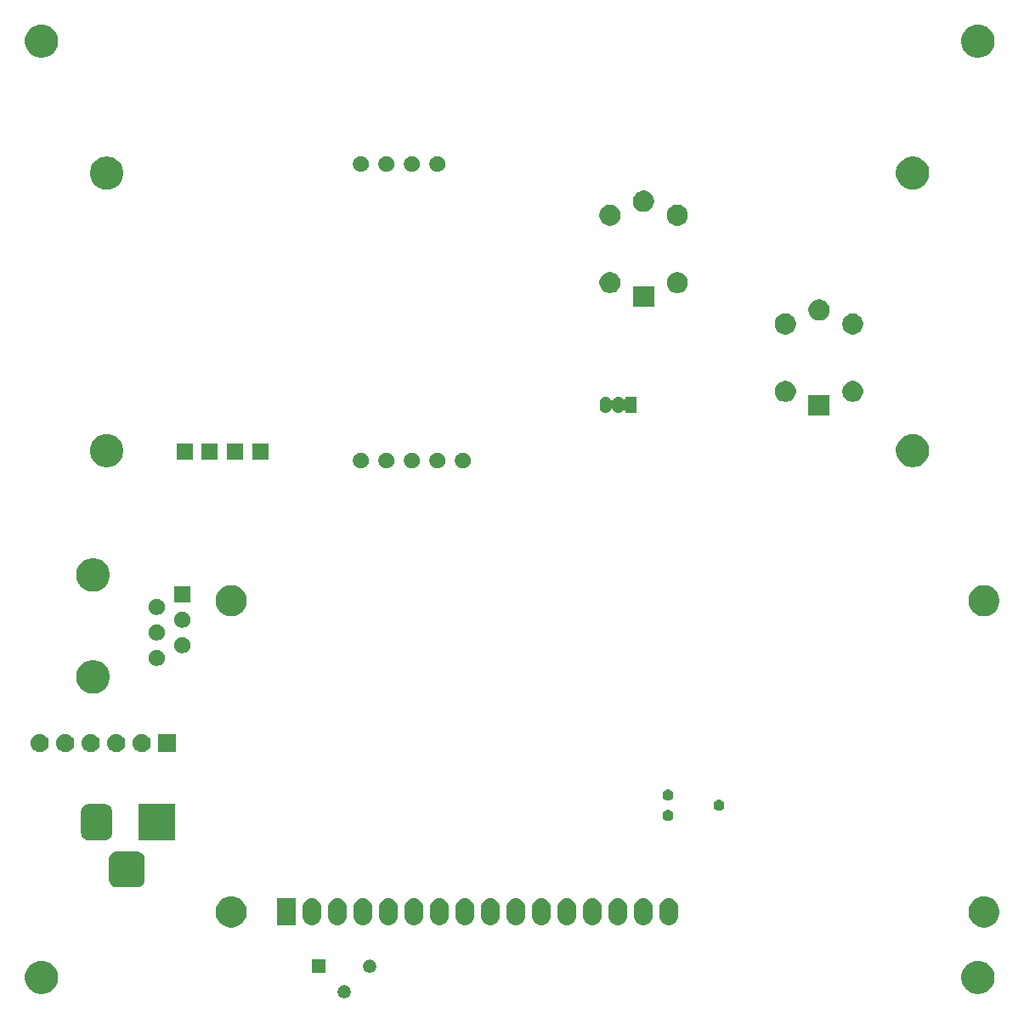
<source format=gbr>
G04 #@! TF.GenerationSoftware,KiCad,Pcbnew,5.0.2-5.fc29*
G04 #@! TF.CreationDate,2019-03-25T18:39:32+01:00*
G04 #@! TF.ProjectId,gas-sensor,6761732d-7365-46e7-936f-722e6b696361,rev?*
G04 #@! TF.SameCoordinates,Original*
G04 #@! TF.FileFunction,Soldermask,Bot*
G04 #@! TF.FilePolarity,Negative*
%FSLAX46Y46*%
G04 Gerber Fmt 4.6, Leading zero omitted, Abs format (unit mm)*
G04 Created by KiCad (PCBNEW 5.0.2-5.fc29) date Mon 25 Mar 2019 06:39:32 PM CET*
%MOMM*%
%LPD*%
G01*
G04 APERTURE LIST*
%ADD10C,0.100000*%
G04 APERTURE END LIST*
D10*
G36*
X83647738Y-147431653D02*
X83689598Y-147439979D01*
X83724245Y-147454330D01*
X83807890Y-147488977D01*
X83914354Y-147560114D01*
X84004886Y-147650646D01*
X84076023Y-147757110D01*
X84125021Y-147875403D01*
X84150000Y-148000979D01*
X84150000Y-148129021D01*
X84125021Y-148254597D01*
X84076023Y-148372890D01*
X84004886Y-148479354D01*
X83914354Y-148569886D01*
X83807890Y-148641023D01*
X83724245Y-148675670D01*
X83689598Y-148690021D01*
X83647738Y-148698347D01*
X83564021Y-148715000D01*
X83435979Y-148715000D01*
X83352262Y-148698347D01*
X83310402Y-148690021D01*
X83275755Y-148675670D01*
X83192110Y-148641023D01*
X83085646Y-148569886D01*
X82995114Y-148479354D01*
X82923977Y-148372890D01*
X82874979Y-148254597D01*
X82850000Y-148129021D01*
X82850000Y-148000979D01*
X82874979Y-147875403D01*
X82923977Y-147757110D01*
X82995114Y-147650646D01*
X83085646Y-147560114D01*
X83192110Y-147488977D01*
X83275755Y-147454330D01*
X83310402Y-147439979D01*
X83352262Y-147431653D01*
X83435979Y-147415000D01*
X83564021Y-147415000D01*
X83647738Y-147431653D01*
X83647738Y-147431653D01*
G37*
G36*
X147025256Y-145041298D02*
X147131579Y-145062447D01*
X147432042Y-145186903D01*
X147654286Y-145335402D01*
X147702454Y-145367587D01*
X147932413Y-145597546D01*
X147932415Y-145597549D01*
X148113097Y-145867958D01*
X148237553Y-146168421D01*
X148301000Y-146487391D01*
X148301000Y-146812609D01*
X148237553Y-147131579D01*
X148113097Y-147432042D01*
X148075054Y-147488977D01*
X147932413Y-147702454D01*
X147702454Y-147932413D01*
X147702451Y-147932415D01*
X147432042Y-148113097D01*
X147131579Y-148237553D01*
X147045893Y-148254597D01*
X146812611Y-148301000D01*
X146487389Y-148301000D01*
X146254107Y-148254597D01*
X146168421Y-148237553D01*
X145867958Y-148113097D01*
X145597549Y-147932415D01*
X145597546Y-147932413D01*
X145367587Y-147702454D01*
X145224946Y-147488977D01*
X145186903Y-147432042D01*
X145062447Y-147131579D01*
X144999000Y-146812609D01*
X144999000Y-146487391D01*
X145062447Y-146168421D01*
X145186903Y-145867958D01*
X145367585Y-145597549D01*
X145367587Y-145597546D01*
X145597546Y-145367587D01*
X145645714Y-145335402D01*
X145867958Y-145186903D01*
X146168421Y-145062447D01*
X146274744Y-145041298D01*
X146487389Y-144999000D01*
X146812611Y-144999000D01*
X147025256Y-145041298D01*
X147025256Y-145041298D01*
G37*
G36*
X53725256Y-145041298D02*
X53831579Y-145062447D01*
X54132042Y-145186903D01*
X54354286Y-145335402D01*
X54402454Y-145367587D01*
X54632413Y-145597546D01*
X54632415Y-145597549D01*
X54813097Y-145867958D01*
X54937553Y-146168421D01*
X55001000Y-146487391D01*
X55001000Y-146812609D01*
X54937553Y-147131579D01*
X54813097Y-147432042D01*
X54775054Y-147488977D01*
X54632413Y-147702454D01*
X54402454Y-147932413D01*
X54402451Y-147932415D01*
X54132042Y-148113097D01*
X53831579Y-148237553D01*
X53745893Y-148254597D01*
X53512611Y-148301000D01*
X53187389Y-148301000D01*
X52954107Y-148254597D01*
X52868421Y-148237553D01*
X52567958Y-148113097D01*
X52297549Y-147932415D01*
X52297546Y-147932413D01*
X52067587Y-147702454D01*
X51924946Y-147488977D01*
X51886903Y-147432042D01*
X51762447Y-147131579D01*
X51699000Y-146812609D01*
X51699000Y-146487391D01*
X51762447Y-146168421D01*
X51886903Y-145867958D01*
X52067585Y-145597549D01*
X52067587Y-145597546D01*
X52297546Y-145367587D01*
X52345714Y-145335402D01*
X52567958Y-145186903D01*
X52868421Y-145062447D01*
X52974744Y-145041298D01*
X53187389Y-144999000D01*
X53512611Y-144999000D01*
X53725256Y-145041298D01*
X53725256Y-145041298D01*
G37*
G36*
X81610000Y-146175000D02*
X80310000Y-146175000D01*
X80310000Y-144875000D01*
X81610000Y-144875000D01*
X81610000Y-146175000D01*
X81610000Y-146175000D01*
G37*
G36*
X86187738Y-144891653D02*
X86229598Y-144899979D01*
X86264245Y-144914330D01*
X86347890Y-144948977D01*
X86454354Y-145020114D01*
X86544886Y-145110646D01*
X86616023Y-145217110D01*
X86650670Y-145300755D01*
X86665021Y-145335402D01*
X86671423Y-145367587D01*
X86690000Y-145460979D01*
X86690000Y-145589021D01*
X86665021Y-145714597D01*
X86616023Y-145832890D01*
X86544886Y-145939354D01*
X86454354Y-146029886D01*
X86347890Y-146101023D01*
X86264245Y-146135670D01*
X86229598Y-146150021D01*
X86187738Y-146158347D01*
X86104021Y-146175000D01*
X85975979Y-146175000D01*
X85892262Y-146158347D01*
X85850402Y-146150021D01*
X85815755Y-146135670D01*
X85732110Y-146101023D01*
X85625646Y-146029886D01*
X85535114Y-145939354D01*
X85463977Y-145832890D01*
X85414979Y-145714597D01*
X85390000Y-145589021D01*
X85390000Y-145460979D01*
X85408577Y-145367587D01*
X85414979Y-145335402D01*
X85429330Y-145300755D01*
X85463977Y-145217110D01*
X85535114Y-145110646D01*
X85625646Y-145020114D01*
X85732110Y-144948977D01*
X85815755Y-144914330D01*
X85850402Y-144899979D01*
X85892262Y-144891653D01*
X85975979Y-144875000D01*
X86104021Y-144875000D01*
X86187738Y-144891653D01*
X86187738Y-144891653D01*
G37*
G36*
X147600461Y-138611491D02*
X147700344Y-138631359D01*
X147982608Y-138748276D01*
X148236639Y-138918014D01*
X148452675Y-139134050D01*
X148622413Y-139388081D01*
X148739330Y-139670345D01*
X148798934Y-139969995D01*
X148798934Y-140275515D01*
X148739330Y-140575165D01*
X148622413Y-140857429D01*
X148452675Y-141111460D01*
X148236639Y-141327496D01*
X147982608Y-141497234D01*
X147700344Y-141614151D01*
X147600461Y-141634019D01*
X147400696Y-141673755D01*
X147095172Y-141673755D01*
X146895407Y-141634019D01*
X146795524Y-141614151D01*
X146513260Y-141497234D01*
X146259229Y-141327496D01*
X146043193Y-141111460D01*
X145873455Y-140857429D01*
X145756538Y-140575165D01*
X145696934Y-140275515D01*
X145696934Y-139969995D01*
X145756538Y-139670345D01*
X145873455Y-139388081D01*
X146043193Y-139134050D01*
X146259229Y-138918014D01*
X146513260Y-138748276D01*
X146795524Y-138631359D01*
X146895407Y-138611491D01*
X147095172Y-138571755D01*
X147400696Y-138571755D01*
X147600461Y-138611491D01*
X147600461Y-138611491D01*
G37*
G36*
X72601361Y-138611491D02*
X72701244Y-138631359D01*
X72983508Y-138748276D01*
X73237539Y-138918014D01*
X73453575Y-139134050D01*
X73623313Y-139388081D01*
X73740230Y-139670345D01*
X73799834Y-139969995D01*
X73799834Y-140275515D01*
X73740230Y-140575165D01*
X73623313Y-140857429D01*
X73453575Y-141111460D01*
X73237539Y-141327496D01*
X72983508Y-141497234D01*
X72701244Y-141614151D01*
X72601361Y-141634019D01*
X72401596Y-141673755D01*
X72096072Y-141673755D01*
X71896307Y-141634019D01*
X71796424Y-141614151D01*
X71514160Y-141497234D01*
X71260129Y-141327496D01*
X71044093Y-141111460D01*
X70874355Y-140857429D01*
X70757438Y-140575165D01*
X70697834Y-140275515D01*
X70697834Y-139969995D01*
X70757438Y-139670345D01*
X70874355Y-139388081D01*
X71044093Y-139134050D01*
X71260129Y-138918014D01*
X71514160Y-138748276D01*
X71796424Y-138631359D01*
X71896307Y-138611491D01*
X72096072Y-138571755D01*
X72401596Y-138571755D01*
X72601361Y-138611491D01*
X72601361Y-138611491D01*
G37*
G36*
X80474358Y-138785515D02*
X80474361Y-138785516D01*
X80474362Y-138785516D01*
X80653626Y-138839895D01*
X80653628Y-138839896D01*
X80653631Y-138839897D01*
X80818838Y-138928201D01*
X80963646Y-139047043D01*
X81082486Y-139191850D01*
X81170793Y-139357060D01*
X81225174Y-139536330D01*
X81238934Y-139676037D01*
X81238934Y-140569472D01*
X81225174Y-140709181D01*
X81170794Y-140888449D01*
X81082486Y-141053660D01*
X80963646Y-141198467D01*
X80818839Y-141317307D01*
X80818837Y-141317308D01*
X80653627Y-141405615D01*
X80474363Y-141459994D01*
X80474362Y-141459994D01*
X80474359Y-141459995D01*
X80287934Y-141478356D01*
X80101510Y-141459995D01*
X80101507Y-141459994D01*
X80101506Y-141459994D01*
X79922242Y-141405615D01*
X79757032Y-141317308D01*
X79757030Y-141317307D01*
X79612223Y-141198467D01*
X79493383Y-141053660D01*
X79405074Y-140888446D01*
X79350694Y-140709185D01*
X79336934Y-140569473D01*
X79336934Y-139676038D01*
X79350694Y-139536331D01*
X79350695Y-139536327D01*
X79405074Y-139357063D01*
X79405075Y-139357061D01*
X79405076Y-139357058D01*
X79493380Y-139191851D01*
X79612222Y-139047043D01*
X79757029Y-138928203D01*
X79922239Y-138839896D01*
X79922241Y-138839895D01*
X80101505Y-138785516D01*
X80101506Y-138785516D01*
X80101509Y-138785515D01*
X80287934Y-138767154D01*
X80474358Y-138785515D01*
X80474358Y-138785515D01*
G37*
G36*
X83014358Y-138785515D02*
X83014361Y-138785516D01*
X83014362Y-138785516D01*
X83193626Y-138839895D01*
X83193628Y-138839896D01*
X83193631Y-138839897D01*
X83358838Y-138928201D01*
X83503646Y-139047043D01*
X83622486Y-139191850D01*
X83710793Y-139357060D01*
X83765174Y-139536330D01*
X83778934Y-139676037D01*
X83778934Y-140569472D01*
X83765174Y-140709181D01*
X83710794Y-140888449D01*
X83622486Y-141053660D01*
X83503646Y-141198467D01*
X83358839Y-141317307D01*
X83358837Y-141317308D01*
X83193627Y-141405615D01*
X83014363Y-141459994D01*
X83014362Y-141459994D01*
X83014359Y-141459995D01*
X82827934Y-141478356D01*
X82641510Y-141459995D01*
X82641507Y-141459994D01*
X82641506Y-141459994D01*
X82462242Y-141405615D01*
X82297032Y-141317308D01*
X82297030Y-141317307D01*
X82152223Y-141198467D01*
X82033383Y-141053660D01*
X81945074Y-140888446D01*
X81890694Y-140709185D01*
X81876934Y-140569473D01*
X81876934Y-139676038D01*
X81890694Y-139536331D01*
X81890695Y-139536327D01*
X81945074Y-139357063D01*
X81945075Y-139357061D01*
X81945076Y-139357058D01*
X82033380Y-139191851D01*
X82152222Y-139047043D01*
X82297029Y-138928203D01*
X82462239Y-138839896D01*
X82462241Y-138839895D01*
X82641505Y-138785516D01*
X82641506Y-138785516D01*
X82641509Y-138785515D01*
X82827934Y-138767154D01*
X83014358Y-138785515D01*
X83014358Y-138785515D01*
G37*
G36*
X88094358Y-138785515D02*
X88094361Y-138785516D01*
X88094362Y-138785516D01*
X88273626Y-138839895D01*
X88273628Y-138839896D01*
X88273631Y-138839897D01*
X88438838Y-138928201D01*
X88583646Y-139047043D01*
X88702486Y-139191850D01*
X88790793Y-139357060D01*
X88845174Y-139536330D01*
X88858934Y-139676037D01*
X88858934Y-140569472D01*
X88845174Y-140709181D01*
X88790794Y-140888449D01*
X88702486Y-141053660D01*
X88583646Y-141198467D01*
X88438839Y-141317307D01*
X88438837Y-141317308D01*
X88273627Y-141405615D01*
X88094363Y-141459994D01*
X88094362Y-141459994D01*
X88094359Y-141459995D01*
X87907934Y-141478356D01*
X87721510Y-141459995D01*
X87721507Y-141459994D01*
X87721506Y-141459994D01*
X87542242Y-141405615D01*
X87377032Y-141317308D01*
X87377030Y-141317307D01*
X87232223Y-141198467D01*
X87113383Y-141053660D01*
X87025074Y-140888446D01*
X86970694Y-140709185D01*
X86956934Y-140569473D01*
X86956934Y-139676038D01*
X86970694Y-139536331D01*
X86970695Y-139536327D01*
X87025074Y-139357063D01*
X87025075Y-139357061D01*
X87025076Y-139357058D01*
X87113380Y-139191851D01*
X87232222Y-139047043D01*
X87377029Y-138928203D01*
X87542239Y-138839896D01*
X87542241Y-138839895D01*
X87721505Y-138785516D01*
X87721506Y-138785516D01*
X87721509Y-138785515D01*
X87907934Y-138767154D01*
X88094358Y-138785515D01*
X88094358Y-138785515D01*
G37*
G36*
X90634358Y-138785515D02*
X90634361Y-138785516D01*
X90634362Y-138785516D01*
X90813626Y-138839895D01*
X90813628Y-138839896D01*
X90813631Y-138839897D01*
X90978838Y-138928201D01*
X91123646Y-139047043D01*
X91242486Y-139191850D01*
X91330793Y-139357060D01*
X91385174Y-139536330D01*
X91398934Y-139676037D01*
X91398934Y-140569472D01*
X91385174Y-140709181D01*
X91330794Y-140888449D01*
X91242486Y-141053660D01*
X91123646Y-141198467D01*
X90978839Y-141317307D01*
X90978837Y-141317308D01*
X90813627Y-141405615D01*
X90634363Y-141459994D01*
X90634362Y-141459994D01*
X90634359Y-141459995D01*
X90447934Y-141478356D01*
X90261510Y-141459995D01*
X90261507Y-141459994D01*
X90261506Y-141459994D01*
X90082242Y-141405615D01*
X89917032Y-141317308D01*
X89917030Y-141317307D01*
X89772223Y-141198467D01*
X89653383Y-141053660D01*
X89565074Y-140888446D01*
X89510694Y-140709185D01*
X89496934Y-140569473D01*
X89496934Y-139676038D01*
X89510694Y-139536331D01*
X89510695Y-139536327D01*
X89565074Y-139357063D01*
X89565075Y-139357061D01*
X89565076Y-139357058D01*
X89653380Y-139191851D01*
X89772222Y-139047043D01*
X89917029Y-138928203D01*
X90082239Y-138839896D01*
X90082241Y-138839895D01*
X90261505Y-138785516D01*
X90261506Y-138785516D01*
X90261509Y-138785515D01*
X90447934Y-138767154D01*
X90634358Y-138785515D01*
X90634358Y-138785515D01*
G37*
G36*
X93174358Y-138785515D02*
X93174361Y-138785516D01*
X93174362Y-138785516D01*
X93353626Y-138839895D01*
X93353628Y-138839896D01*
X93353631Y-138839897D01*
X93518838Y-138928201D01*
X93663646Y-139047043D01*
X93782486Y-139191850D01*
X93870793Y-139357060D01*
X93925174Y-139536330D01*
X93938934Y-139676037D01*
X93938934Y-140569472D01*
X93925174Y-140709181D01*
X93870794Y-140888449D01*
X93782486Y-141053660D01*
X93663646Y-141198467D01*
X93518839Y-141317307D01*
X93518837Y-141317308D01*
X93353627Y-141405615D01*
X93174363Y-141459994D01*
X93174362Y-141459994D01*
X93174359Y-141459995D01*
X92987934Y-141478356D01*
X92801510Y-141459995D01*
X92801507Y-141459994D01*
X92801506Y-141459994D01*
X92622242Y-141405615D01*
X92457032Y-141317308D01*
X92457030Y-141317307D01*
X92312223Y-141198467D01*
X92193383Y-141053660D01*
X92105074Y-140888446D01*
X92050694Y-140709185D01*
X92036934Y-140569473D01*
X92036934Y-139676038D01*
X92050694Y-139536331D01*
X92050695Y-139536327D01*
X92105074Y-139357063D01*
X92105075Y-139357061D01*
X92105076Y-139357058D01*
X92193380Y-139191851D01*
X92312222Y-139047043D01*
X92457029Y-138928203D01*
X92622239Y-138839896D01*
X92622241Y-138839895D01*
X92801505Y-138785516D01*
X92801506Y-138785516D01*
X92801509Y-138785515D01*
X92987934Y-138767154D01*
X93174358Y-138785515D01*
X93174358Y-138785515D01*
G37*
G36*
X95714358Y-138785515D02*
X95714361Y-138785516D01*
X95714362Y-138785516D01*
X95893626Y-138839895D01*
X95893628Y-138839896D01*
X95893631Y-138839897D01*
X96058838Y-138928201D01*
X96203646Y-139047043D01*
X96322486Y-139191850D01*
X96410793Y-139357060D01*
X96465174Y-139536330D01*
X96478934Y-139676037D01*
X96478934Y-140569472D01*
X96465174Y-140709181D01*
X96410794Y-140888449D01*
X96322486Y-141053660D01*
X96203646Y-141198467D01*
X96058839Y-141317307D01*
X96058837Y-141317308D01*
X95893627Y-141405615D01*
X95714363Y-141459994D01*
X95714362Y-141459994D01*
X95714359Y-141459995D01*
X95527934Y-141478356D01*
X95341510Y-141459995D01*
X95341507Y-141459994D01*
X95341506Y-141459994D01*
X95162242Y-141405615D01*
X94997032Y-141317308D01*
X94997030Y-141317307D01*
X94852223Y-141198467D01*
X94733383Y-141053660D01*
X94645074Y-140888446D01*
X94590694Y-140709185D01*
X94576934Y-140569473D01*
X94576934Y-139676038D01*
X94590694Y-139536331D01*
X94590695Y-139536327D01*
X94645074Y-139357063D01*
X94645075Y-139357061D01*
X94645076Y-139357058D01*
X94733380Y-139191851D01*
X94852222Y-139047043D01*
X94997029Y-138928203D01*
X95162239Y-138839896D01*
X95162241Y-138839895D01*
X95341505Y-138785516D01*
X95341506Y-138785516D01*
X95341509Y-138785515D01*
X95527934Y-138767154D01*
X95714358Y-138785515D01*
X95714358Y-138785515D01*
G37*
G36*
X100794358Y-138785515D02*
X100794361Y-138785516D01*
X100794362Y-138785516D01*
X100973626Y-138839895D01*
X100973628Y-138839896D01*
X100973631Y-138839897D01*
X101138838Y-138928201D01*
X101283646Y-139047043D01*
X101402486Y-139191850D01*
X101490793Y-139357060D01*
X101545174Y-139536330D01*
X101558934Y-139676037D01*
X101558934Y-140569472D01*
X101545174Y-140709181D01*
X101490794Y-140888449D01*
X101402486Y-141053660D01*
X101283646Y-141198467D01*
X101138839Y-141317307D01*
X101138837Y-141317308D01*
X100973627Y-141405615D01*
X100794363Y-141459994D01*
X100794362Y-141459994D01*
X100794359Y-141459995D01*
X100607934Y-141478356D01*
X100421510Y-141459995D01*
X100421507Y-141459994D01*
X100421506Y-141459994D01*
X100242242Y-141405615D01*
X100077032Y-141317308D01*
X100077030Y-141317307D01*
X99932223Y-141198467D01*
X99813383Y-141053660D01*
X99725074Y-140888446D01*
X99670694Y-140709185D01*
X99656934Y-140569473D01*
X99656934Y-139676038D01*
X99670694Y-139536331D01*
X99670695Y-139536327D01*
X99725074Y-139357063D01*
X99725075Y-139357061D01*
X99725076Y-139357058D01*
X99813380Y-139191851D01*
X99932222Y-139047043D01*
X100077029Y-138928203D01*
X100242239Y-138839896D01*
X100242241Y-138839895D01*
X100421505Y-138785516D01*
X100421506Y-138785516D01*
X100421509Y-138785515D01*
X100607934Y-138767154D01*
X100794358Y-138785515D01*
X100794358Y-138785515D01*
G37*
G36*
X105874358Y-138785515D02*
X105874361Y-138785516D01*
X105874362Y-138785516D01*
X106053626Y-138839895D01*
X106053628Y-138839896D01*
X106053631Y-138839897D01*
X106218838Y-138928201D01*
X106363646Y-139047043D01*
X106482486Y-139191850D01*
X106570793Y-139357060D01*
X106625174Y-139536330D01*
X106638934Y-139676037D01*
X106638934Y-140569472D01*
X106625174Y-140709181D01*
X106570794Y-140888449D01*
X106482486Y-141053660D01*
X106363646Y-141198467D01*
X106218839Y-141317307D01*
X106218837Y-141317308D01*
X106053627Y-141405615D01*
X105874363Y-141459994D01*
X105874362Y-141459994D01*
X105874359Y-141459995D01*
X105687934Y-141478356D01*
X105501510Y-141459995D01*
X105501507Y-141459994D01*
X105501506Y-141459994D01*
X105322242Y-141405615D01*
X105157032Y-141317308D01*
X105157030Y-141317307D01*
X105012223Y-141198467D01*
X104893383Y-141053660D01*
X104805074Y-140888446D01*
X104750694Y-140709185D01*
X104736934Y-140569473D01*
X104736934Y-139676038D01*
X104750694Y-139536331D01*
X104750695Y-139536327D01*
X104805074Y-139357063D01*
X104805075Y-139357061D01*
X104805076Y-139357058D01*
X104893380Y-139191851D01*
X105012222Y-139047043D01*
X105157029Y-138928203D01*
X105322239Y-138839896D01*
X105322241Y-138839895D01*
X105501505Y-138785516D01*
X105501506Y-138785516D01*
X105501509Y-138785515D01*
X105687934Y-138767154D01*
X105874358Y-138785515D01*
X105874358Y-138785515D01*
G37*
G36*
X108414358Y-138785515D02*
X108414361Y-138785516D01*
X108414362Y-138785516D01*
X108593626Y-138839895D01*
X108593628Y-138839896D01*
X108593631Y-138839897D01*
X108758838Y-138928201D01*
X108903646Y-139047043D01*
X109022486Y-139191850D01*
X109110793Y-139357060D01*
X109165174Y-139536330D01*
X109178934Y-139676037D01*
X109178934Y-140569472D01*
X109165174Y-140709181D01*
X109110794Y-140888449D01*
X109022486Y-141053660D01*
X108903646Y-141198467D01*
X108758839Y-141317307D01*
X108758837Y-141317308D01*
X108593627Y-141405615D01*
X108414363Y-141459994D01*
X108414362Y-141459994D01*
X108414359Y-141459995D01*
X108227934Y-141478356D01*
X108041510Y-141459995D01*
X108041507Y-141459994D01*
X108041506Y-141459994D01*
X107862242Y-141405615D01*
X107697032Y-141317308D01*
X107697030Y-141317307D01*
X107552223Y-141198467D01*
X107433383Y-141053660D01*
X107345074Y-140888446D01*
X107290694Y-140709185D01*
X107276934Y-140569473D01*
X107276934Y-139676038D01*
X107290694Y-139536331D01*
X107290695Y-139536327D01*
X107345074Y-139357063D01*
X107345075Y-139357061D01*
X107345076Y-139357058D01*
X107433380Y-139191851D01*
X107552222Y-139047043D01*
X107697029Y-138928203D01*
X107862239Y-138839896D01*
X107862241Y-138839895D01*
X108041505Y-138785516D01*
X108041506Y-138785516D01*
X108041509Y-138785515D01*
X108227934Y-138767154D01*
X108414358Y-138785515D01*
X108414358Y-138785515D01*
G37*
G36*
X110954358Y-138785515D02*
X110954361Y-138785516D01*
X110954362Y-138785516D01*
X111133626Y-138839895D01*
X111133628Y-138839896D01*
X111133631Y-138839897D01*
X111298838Y-138928201D01*
X111443646Y-139047043D01*
X111562486Y-139191850D01*
X111650793Y-139357060D01*
X111705174Y-139536330D01*
X111718934Y-139676037D01*
X111718934Y-140569472D01*
X111705174Y-140709181D01*
X111650794Y-140888449D01*
X111562486Y-141053660D01*
X111443646Y-141198467D01*
X111298839Y-141317307D01*
X111298837Y-141317308D01*
X111133627Y-141405615D01*
X110954363Y-141459994D01*
X110954362Y-141459994D01*
X110954359Y-141459995D01*
X110767934Y-141478356D01*
X110581510Y-141459995D01*
X110581507Y-141459994D01*
X110581506Y-141459994D01*
X110402242Y-141405615D01*
X110237032Y-141317308D01*
X110237030Y-141317307D01*
X110092223Y-141198467D01*
X109973383Y-141053660D01*
X109885074Y-140888446D01*
X109830694Y-140709185D01*
X109816934Y-140569473D01*
X109816934Y-139676038D01*
X109830694Y-139536331D01*
X109830695Y-139536327D01*
X109885074Y-139357063D01*
X109885075Y-139357061D01*
X109885076Y-139357058D01*
X109973380Y-139191851D01*
X110092222Y-139047043D01*
X110237029Y-138928203D01*
X110402239Y-138839896D01*
X110402241Y-138839895D01*
X110581505Y-138785516D01*
X110581506Y-138785516D01*
X110581509Y-138785515D01*
X110767934Y-138767154D01*
X110954358Y-138785515D01*
X110954358Y-138785515D01*
G37*
G36*
X113494358Y-138785515D02*
X113494361Y-138785516D01*
X113494362Y-138785516D01*
X113673626Y-138839895D01*
X113673628Y-138839896D01*
X113673631Y-138839897D01*
X113838838Y-138928201D01*
X113983646Y-139047043D01*
X114102486Y-139191850D01*
X114190793Y-139357060D01*
X114245174Y-139536330D01*
X114258934Y-139676037D01*
X114258934Y-140569472D01*
X114245174Y-140709181D01*
X114190794Y-140888449D01*
X114102486Y-141053660D01*
X113983646Y-141198467D01*
X113838839Y-141317307D01*
X113838837Y-141317308D01*
X113673627Y-141405615D01*
X113494363Y-141459994D01*
X113494362Y-141459994D01*
X113494359Y-141459995D01*
X113307934Y-141478356D01*
X113121510Y-141459995D01*
X113121507Y-141459994D01*
X113121506Y-141459994D01*
X112942242Y-141405615D01*
X112777032Y-141317308D01*
X112777030Y-141317307D01*
X112632223Y-141198467D01*
X112513383Y-141053660D01*
X112425074Y-140888446D01*
X112370694Y-140709185D01*
X112356934Y-140569473D01*
X112356934Y-139676038D01*
X112370694Y-139536331D01*
X112370695Y-139536327D01*
X112425074Y-139357063D01*
X112425075Y-139357061D01*
X112425076Y-139357058D01*
X112513380Y-139191851D01*
X112632222Y-139047043D01*
X112777029Y-138928203D01*
X112942239Y-138839896D01*
X112942241Y-138839895D01*
X113121505Y-138785516D01*
X113121506Y-138785516D01*
X113121509Y-138785515D01*
X113307934Y-138767154D01*
X113494358Y-138785515D01*
X113494358Y-138785515D01*
G37*
G36*
X116034358Y-138785515D02*
X116034361Y-138785516D01*
X116034362Y-138785516D01*
X116213626Y-138839895D01*
X116213628Y-138839896D01*
X116213631Y-138839897D01*
X116378838Y-138928201D01*
X116523646Y-139047043D01*
X116642486Y-139191850D01*
X116730793Y-139357060D01*
X116785174Y-139536330D01*
X116798934Y-139676037D01*
X116798934Y-140569472D01*
X116785174Y-140709181D01*
X116730794Y-140888449D01*
X116642486Y-141053660D01*
X116523646Y-141198467D01*
X116378839Y-141317307D01*
X116378837Y-141317308D01*
X116213627Y-141405615D01*
X116034363Y-141459994D01*
X116034362Y-141459994D01*
X116034359Y-141459995D01*
X115847934Y-141478356D01*
X115661510Y-141459995D01*
X115661507Y-141459994D01*
X115661506Y-141459994D01*
X115482242Y-141405615D01*
X115317032Y-141317308D01*
X115317030Y-141317307D01*
X115172223Y-141198467D01*
X115053383Y-141053660D01*
X114965074Y-140888446D01*
X114910694Y-140709185D01*
X114896934Y-140569473D01*
X114896934Y-139676038D01*
X114910694Y-139536331D01*
X114910695Y-139536327D01*
X114965074Y-139357063D01*
X114965075Y-139357061D01*
X114965076Y-139357058D01*
X115053380Y-139191851D01*
X115172222Y-139047043D01*
X115317029Y-138928203D01*
X115482239Y-138839896D01*
X115482241Y-138839895D01*
X115661505Y-138785516D01*
X115661506Y-138785516D01*
X115661509Y-138785515D01*
X115847934Y-138767154D01*
X116034358Y-138785515D01*
X116034358Y-138785515D01*
G37*
G36*
X85554358Y-138785515D02*
X85554361Y-138785516D01*
X85554362Y-138785516D01*
X85733626Y-138839895D01*
X85733628Y-138839896D01*
X85733631Y-138839897D01*
X85898838Y-138928201D01*
X86043646Y-139047043D01*
X86162486Y-139191850D01*
X86250793Y-139357060D01*
X86305174Y-139536330D01*
X86318934Y-139676037D01*
X86318934Y-140569472D01*
X86305174Y-140709181D01*
X86250794Y-140888449D01*
X86162486Y-141053660D01*
X86043646Y-141198467D01*
X85898839Y-141317307D01*
X85898837Y-141317308D01*
X85733627Y-141405615D01*
X85554363Y-141459994D01*
X85554362Y-141459994D01*
X85554359Y-141459995D01*
X85367934Y-141478356D01*
X85181510Y-141459995D01*
X85181507Y-141459994D01*
X85181506Y-141459994D01*
X85002242Y-141405615D01*
X84837032Y-141317308D01*
X84837030Y-141317307D01*
X84692223Y-141198467D01*
X84573383Y-141053660D01*
X84485074Y-140888446D01*
X84430694Y-140709185D01*
X84416934Y-140569473D01*
X84416934Y-139676038D01*
X84430694Y-139536331D01*
X84430695Y-139536327D01*
X84485074Y-139357063D01*
X84485075Y-139357061D01*
X84485076Y-139357058D01*
X84573380Y-139191851D01*
X84692222Y-139047043D01*
X84837029Y-138928203D01*
X85002239Y-138839896D01*
X85002241Y-138839895D01*
X85181505Y-138785516D01*
X85181506Y-138785516D01*
X85181509Y-138785515D01*
X85367934Y-138767154D01*
X85554358Y-138785515D01*
X85554358Y-138785515D01*
G37*
G36*
X98254358Y-138785515D02*
X98254361Y-138785516D01*
X98254362Y-138785516D01*
X98433626Y-138839895D01*
X98433628Y-138839896D01*
X98433631Y-138839897D01*
X98598838Y-138928201D01*
X98743646Y-139047043D01*
X98862486Y-139191850D01*
X98950793Y-139357060D01*
X99005174Y-139536330D01*
X99018934Y-139676037D01*
X99018934Y-140569472D01*
X99005174Y-140709181D01*
X98950794Y-140888449D01*
X98862486Y-141053660D01*
X98743646Y-141198467D01*
X98598839Y-141317307D01*
X98598837Y-141317308D01*
X98433627Y-141405615D01*
X98254363Y-141459994D01*
X98254362Y-141459994D01*
X98254359Y-141459995D01*
X98067934Y-141478356D01*
X97881510Y-141459995D01*
X97881507Y-141459994D01*
X97881506Y-141459994D01*
X97702242Y-141405615D01*
X97537032Y-141317308D01*
X97537030Y-141317307D01*
X97392223Y-141198467D01*
X97273383Y-141053660D01*
X97185074Y-140888446D01*
X97130694Y-140709185D01*
X97116934Y-140569473D01*
X97116934Y-139676038D01*
X97130694Y-139536331D01*
X97130695Y-139536327D01*
X97185074Y-139357063D01*
X97185075Y-139357061D01*
X97185076Y-139357058D01*
X97273380Y-139191851D01*
X97392222Y-139047043D01*
X97537029Y-138928203D01*
X97702239Y-138839896D01*
X97702241Y-138839895D01*
X97881505Y-138785516D01*
X97881506Y-138785516D01*
X97881509Y-138785515D01*
X98067934Y-138767154D01*
X98254358Y-138785515D01*
X98254358Y-138785515D01*
G37*
G36*
X103334358Y-138785515D02*
X103334361Y-138785516D01*
X103334362Y-138785516D01*
X103513626Y-138839895D01*
X103513628Y-138839896D01*
X103513631Y-138839897D01*
X103678838Y-138928201D01*
X103823646Y-139047043D01*
X103942486Y-139191850D01*
X104030793Y-139357060D01*
X104085174Y-139536330D01*
X104098934Y-139676037D01*
X104098934Y-140569472D01*
X104085174Y-140709181D01*
X104030794Y-140888449D01*
X103942486Y-141053660D01*
X103823646Y-141198467D01*
X103678839Y-141317307D01*
X103678837Y-141317308D01*
X103513627Y-141405615D01*
X103334363Y-141459994D01*
X103334362Y-141459994D01*
X103334359Y-141459995D01*
X103147934Y-141478356D01*
X102961510Y-141459995D01*
X102961507Y-141459994D01*
X102961506Y-141459994D01*
X102782242Y-141405615D01*
X102617032Y-141317308D01*
X102617030Y-141317307D01*
X102472223Y-141198467D01*
X102353383Y-141053660D01*
X102265074Y-140888446D01*
X102210694Y-140709185D01*
X102196934Y-140569473D01*
X102196934Y-139676038D01*
X102210694Y-139536331D01*
X102210695Y-139536327D01*
X102265074Y-139357063D01*
X102265075Y-139357061D01*
X102265076Y-139357058D01*
X102353380Y-139191851D01*
X102472222Y-139047043D01*
X102617029Y-138928203D01*
X102782239Y-138839896D01*
X102782241Y-138839895D01*
X102961505Y-138785516D01*
X102961506Y-138785516D01*
X102961509Y-138785515D01*
X103147934Y-138767154D01*
X103334358Y-138785515D01*
X103334358Y-138785515D01*
G37*
G36*
X78698934Y-141473755D02*
X76796934Y-141473755D01*
X76796934Y-138771755D01*
X78698934Y-138771755D01*
X78698934Y-141473755D01*
X78698934Y-141473755D01*
G37*
G36*
X62976366Y-134095695D02*
X63133458Y-134143348D01*
X63278230Y-134220731D01*
X63405128Y-134324872D01*
X63509269Y-134451770D01*
X63586652Y-134596542D01*
X63634305Y-134753634D01*
X63651000Y-134923140D01*
X63651000Y-136836860D01*
X63634305Y-137006366D01*
X63586652Y-137163458D01*
X63509269Y-137308230D01*
X63405128Y-137435128D01*
X63278230Y-137539269D01*
X63133458Y-137616652D01*
X62976366Y-137664305D01*
X62806860Y-137681000D01*
X60893140Y-137681000D01*
X60723634Y-137664305D01*
X60566542Y-137616652D01*
X60421770Y-137539269D01*
X60294872Y-137435128D01*
X60190731Y-137308230D01*
X60113348Y-137163458D01*
X60065695Y-137006366D01*
X60049000Y-136836860D01*
X60049000Y-134923140D01*
X60065695Y-134753634D01*
X60113348Y-134596542D01*
X60190731Y-134451770D01*
X60294872Y-134324872D01*
X60421770Y-134220731D01*
X60566542Y-134143348D01*
X60723634Y-134095695D01*
X60893140Y-134079000D01*
X62806860Y-134079000D01*
X62976366Y-134095695D01*
X62976366Y-134095695D01*
G37*
G36*
X59826978Y-129393293D02*
X59960627Y-129433835D01*
X60083782Y-129499662D01*
X60191739Y-129588261D01*
X60280338Y-129696218D01*
X60346165Y-129819373D01*
X60386707Y-129953022D01*
X60401000Y-130098140D01*
X60401000Y-132261860D01*
X60386707Y-132406978D01*
X60346165Y-132540627D01*
X60280338Y-132663782D01*
X60191739Y-132771739D01*
X60083782Y-132860338D01*
X59960627Y-132926165D01*
X59826978Y-132966707D01*
X59681860Y-132981000D01*
X58018140Y-132981000D01*
X57873022Y-132966707D01*
X57739373Y-132926165D01*
X57616218Y-132860338D01*
X57508261Y-132771739D01*
X57419662Y-132663782D01*
X57353835Y-132540627D01*
X57313293Y-132406978D01*
X57299000Y-132261860D01*
X57299000Y-130098140D01*
X57313293Y-129953022D01*
X57353835Y-129819373D01*
X57419662Y-129696218D01*
X57508261Y-129588261D01*
X57616218Y-129499662D01*
X57739373Y-129433835D01*
X57873022Y-129393293D01*
X58018140Y-129379000D01*
X59681860Y-129379000D01*
X59826978Y-129393293D01*
X59826978Y-129393293D01*
G37*
G36*
X66651000Y-132981000D02*
X63049000Y-132981000D01*
X63049000Y-129379000D01*
X66651000Y-129379000D01*
X66651000Y-132981000D01*
X66651000Y-132981000D01*
G37*
G36*
X115929350Y-129970694D02*
X116028770Y-130011875D01*
X116118249Y-130071663D01*
X116194337Y-130147751D01*
X116254125Y-130237230D01*
X116295306Y-130336650D01*
X116316300Y-130442194D01*
X116316300Y-130549806D01*
X116295306Y-130655350D01*
X116254125Y-130754770D01*
X116194337Y-130844249D01*
X116118249Y-130920337D01*
X116028770Y-130980125D01*
X115929350Y-131021306D01*
X115823806Y-131042300D01*
X115716194Y-131042300D01*
X115610650Y-131021306D01*
X115511230Y-130980125D01*
X115421751Y-130920337D01*
X115345663Y-130844249D01*
X115285875Y-130754770D01*
X115244694Y-130655350D01*
X115223700Y-130549806D01*
X115223700Y-130442194D01*
X115244694Y-130336650D01*
X115285875Y-130237230D01*
X115345663Y-130147751D01*
X115421751Y-130071663D01*
X115511230Y-130011875D01*
X115610650Y-129970694D01*
X115716194Y-129949700D01*
X115823806Y-129949700D01*
X115929350Y-129970694D01*
X115929350Y-129970694D01*
G37*
G36*
X121009350Y-128954694D02*
X121108770Y-128995875D01*
X121198249Y-129055663D01*
X121274337Y-129131751D01*
X121334125Y-129221230D01*
X121375306Y-129320650D01*
X121396300Y-129426194D01*
X121396300Y-129533806D01*
X121375306Y-129639350D01*
X121334125Y-129738770D01*
X121274337Y-129828249D01*
X121198249Y-129904337D01*
X121108770Y-129964125D01*
X121009350Y-130005306D01*
X120903806Y-130026300D01*
X120796194Y-130026300D01*
X120690650Y-130005306D01*
X120591230Y-129964125D01*
X120501751Y-129904337D01*
X120425663Y-129828249D01*
X120365875Y-129738770D01*
X120324694Y-129639350D01*
X120303700Y-129533806D01*
X120303700Y-129426194D01*
X120324694Y-129320650D01*
X120365875Y-129221230D01*
X120425663Y-129131751D01*
X120501751Y-129055663D01*
X120591230Y-128995875D01*
X120690650Y-128954694D01*
X120796194Y-128933700D01*
X120903806Y-128933700D01*
X121009350Y-128954694D01*
X121009350Y-128954694D01*
G37*
G36*
X115929350Y-127938694D02*
X116028770Y-127979875D01*
X116118249Y-128039663D01*
X116194337Y-128115751D01*
X116254125Y-128205230D01*
X116295306Y-128304650D01*
X116316300Y-128410194D01*
X116316300Y-128517806D01*
X116295306Y-128623350D01*
X116254125Y-128722770D01*
X116194337Y-128812249D01*
X116118249Y-128888337D01*
X116028770Y-128948125D01*
X115929350Y-128989306D01*
X115823806Y-129010300D01*
X115716194Y-129010300D01*
X115610650Y-128989306D01*
X115511230Y-128948125D01*
X115421751Y-128888337D01*
X115345663Y-128812249D01*
X115285875Y-128722770D01*
X115244694Y-128623350D01*
X115223700Y-128517806D01*
X115223700Y-128410194D01*
X115244694Y-128304650D01*
X115285875Y-128205230D01*
X115345663Y-128115751D01*
X115421751Y-128039663D01*
X115511230Y-127979875D01*
X115610650Y-127938694D01*
X115716194Y-127917700D01*
X115823806Y-127917700D01*
X115929350Y-127938694D01*
X115929350Y-127938694D01*
G37*
G36*
X63440443Y-122395519D02*
X63506627Y-122402037D01*
X63619853Y-122436384D01*
X63676467Y-122453557D01*
X63815087Y-122527652D01*
X63832991Y-122537222D01*
X63868729Y-122566552D01*
X63970186Y-122649814D01*
X64053448Y-122751271D01*
X64082778Y-122787009D01*
X64082779Y-122787011D01*
X64166443Y-122943533D01*
X64166443Y-122943534D01*
X64217963Y-123113373D01*
X64235359Y-123290000D01*
X64217963Y-123466627D01*
X64183616Y-123579853D01*
X64166443Y-123636467D01*
X64092348Y-123775087D01*
X64082778Y-123792991D01*
X64053448Y-123828729D01*
X63970186Y-123930186D01*
X63868729Y-124013448D01*
X63832991Y-124042778D01*
X63832989Y-124042779D01*
X63676467Y-124126443D01*
X63619853Y-124143616D01*
X63506627Y-124177963D01*
X63440442Y-124184482D01*
X63374260Y-124191000D01*
X63285740Y-124191000D01*
X63219558Y-124184482D01*
X63153373Y-124177963D01*
X63040147Y-124143616D01*
X62983533Y-124126443D01*
X62827011Y-124042779D01*
X62827009Y-124042778D01*
X62791271Y-124013448D01*
X62689814Y-123930186D01*
X62606552Y-123828729D01*
X62577222Y-123792991D01*
X62567652Y-123775087D01*
X62493557Y-123636467D01*
X62476384Y-123579853D01*
X62442037Y-123466627D01*
X62424641Y-123290000D01*
X62442037Y-123113373D01*
X62493557Y-122943534D01*
X62493557Y-122943533D01*
X62577221Y-122787011D01*
X62577222Y-122787009D01*
X62606552Y-122751271D01*
X62689814Y-122649814D01*
X62791271Y-122566552D01*
X62827009Y-122537222D01*
X62844913Y-122527652D01*
X62983533Y-122453557D01*
X63040147Y-122436384D01*
X63153373Y-122402037D01*
X63219557Y-122395519D01*
X63285740Y-122389000D01*
X63374260Y-122389000D01*
X63440443Y-122395519D01*
X63440443Y-122395519D01*
G37*
G36*
X55820443Y-122395519D02*
X55886627Y-122402037D01*
X55999853Y-122436384D01*
X56056467Y-122453557D01*
X56195087Y-122527652D01*
X56212991Y-122537222D01*
X56248729Y-122566552D01*
X56350186Y-122649814D01*
X56433448Y-122751271D01*
X56462778Y-122787009D01*
X56462779Y-122787011D01*
X56546443Y-122943533D01*
X56546443Y-122943534D01*
X56597963Y-123113373D01*
X56615359Y-123290000D01*
X56597963Y-123466627D01*
X56563616Y-123579853D01*
X56546443Y-123636467D01*
X56472348Y-123775087D01*
X56462778Y-123792991D01*
X56433448Y-123828729D01*
X56350186Y-123930186D01*
X56248729Y-124013448D01*
X56212991Y-124042778D01*
X56212989Y-124042779D01*
X56056467Y-124126443D01*
X55999853Y-124143616D01*
X55886627Y-124177963D01*
X55820442Y-124184482D01*
X55754260Y-124191000D01*
X55665740Y-124191000D01*
X55599558Y-124184482D01*
X55533373Y-124177963D01*
X55420147Y-124143616D01*
X55363533Y-124126443D01*
X55207011Y-124042779D01*
X55207009Y-124042778D01*
X55171271Y-124013448D01*
X55069814Y-123930186D01*
X54986552Y-123828729D01*
X54957222Y-123792991D01*
X54947652Y-123775087D01*
X54873557Y-123636467D01*
X54856384Y-123579853D01*
X54822037Y-123466627D01*
X54804641Y-123290000D01*
X54822037Y-123113373D01*
X54873557Y-122943534D01*
X54873557Y-122943533D01*
X54957221Y-122787011D01*
X54957222Y-122787009D01*
X54986552Y-122751271D01*
X55069814Y-122649814D01*
X55171271Y-122566552D01*
X55207009Y-122537222D01*
X55224913Y-122527652D01*
X55363533Y-122453557D01*
X55420147Y-122436384D01*
X55533373Y-122402037D01*
X55599557Y-122395519D01*
X55665740Y-122389000D01*
X55754260Y-122389000D01*
X55820443Y-122395519D01*
X55820443Y-122395519D01*
G37*
G36*
X66771000Y-124191000D02*
X64969000Y-124191000D01*
X64969000Y-122389000D01*
X66771000Y-122389000D01*
X66771000Y-124191000D01*
X66771000Y-124191000D01*
G37*
G36*
X60900443Y-122395519D02*
X60966627Y-122402037D01*
X61079853Y-122436384D01*
X61136467Y-122453557D01*
X61275087Y-122527652D01*
X61292991Y-122537222D01*
X61328729Y-122566552D01*
X61430186Y-122649814D01*
X61513448Y-122751271D01*
X61542778Y-122787009D01*
X61542779Y-122787011D01*
X61626443Y-122943533D01*
X61626443Y-122943534D01*
X61677963Y-123113373D01*
X61695359Y-123290000D01*
X61677963Y-123466627D01*
X61643616Y-123579853D01*
X61626443Y-123636467D01*
X61552348Y-123775087D01*
X61542778Y-123792991D01*
X61513448Y-123828729D01*
X61430186Y-123930186D01*
X61328729Y-124013448D01*
X61292991Y-124042778D01*
X61292989Y-124042779D01*
X61136467Y-124126443D01*
X61079853Y-124143616D01*
X60966627Y-124177963D01*
X60900442Y-124184482D01*
X60834260Y-124191000D01*
X60745740Y-124191000D01*
X60679558Y-124184482D01*
X60613373Y-124177963D01*
X60500147Y-124143616D01*
X60443533Y-124126443D01*
X60287011Y-124042779D01*
X60287009Y-124042778D01*
X60251271Y-124013448D01*
X60149814Y-123930186D01*
X60066552Y-123828729D01*
X60037222Y-123792991D01*
X60027652Y-123775087D01*
X59953557Y-123636467D01*
X59936384Y-123579853D01*
X59902037Y-123466627D01*
X59884641Y-123290000D01*
X59902037Y-123113373D01*
X59953557Y-122943534D01*
X59953557Y-122943533D01*
X60037221Y-122787011D01*
X60037222Y-122787009D01*
X60066552Y-122751271D01*
X60149814Y-122649814D01*
X60251271Y-122566552D01*
X60287009Y-122537222D01*
X60304913Y-122527652D01*
X60443533Y-122453557D01*
X60500147Y-122436384D01*
X60613373Y-122402037D01*
X60679557Y-122395519D01*
X60745740Y-122389000D01*
X60834260Y-122389000D01*
X60900443Y-122395519D01*
X60900443Y-122395519D01*
G37*
G36*
X58360443Y-122395519D02*
X58426627Y-122402037D01*
X58539853Y-122436384D01*
X58596467Y-122453557D01*
X58735087Y-122527652D01*
X58752991Y-122537222D01*
X58788729Y-122566552D01*
X58890186Y-122649814D01*
X58973448Y-122751271D01*
X59002778Y-122787009D01*
X59002779Y-122787011D01*
X59086443Y-122943533D01*
X59086443Y-122943534D01*
X59137963Y-123113373D01*
X59155359Y-123290000D01*
X59137963Y-123466627D01*
X59103616Y-123579853D01*
X59086443Y-123636467D01*
X59012348Y-123775087D01*
X59002778Y-123792991D01*
X58973448Y-123828729D01*
X58890186Y-123930186D01*
X58788729Y-124013448D01*
X58752991Y-124042778D01*
X58752989Y-124042779D01*
X58596467Y-124126443D01*
X58539853Y-124143616D01*
X58426627Y-124177963D01*
X58360442Y-124184482D01*
X58294260Y-124191000D01*
X58205740Y-124191000D01*
X58139558Y-124184482D01*
X58073373Y-124177963D01*
X57960147Y-124143616D01*
X57903533Y-124126443D01*
X57747011Y-124042779D01*
X57747009Y-124042778D01*
X57711271Y-124013448D01*
X57609814Y-123930186D01*
X57526552Y-123828729D01*
X57497222Y-123792991D01*
X57487652Y-123775087D01*
X57413557Y-123636467D01*
X57396384Y-123579853D01*
X57362037Y-123466627D01*
X57344641Y-123290000D01*
X57362037Y-123113373D01*
X57413557Y-122943534D01*
X57413557Y-122943533D01*
X57497221Y-122787011D01*
X57497222Y-122787009D01*
X57526552Y-122751271D01*
X57609814Y-122649814D01*
X57711271Y-122566552D01*
X57747009Y-122537222D01*
X57764913Y-122527652D01*
X57903533Y-122453557D01*
X57960147Y-122436384D01*
X58073373Y-122402037D01*
X58139557Y-122395519D01*
X58205740Y-122389000D01*
X58294260Y-122389000D01*
X58360443Y-122395519D01*
X58360443Y-122395519D01*
G37*
G36*
X53280443Y-122395519D02*
X53346627Y-122402037D01*
X53459853Y-122436384D01*
X53516467Y-122453557D01*
X53655087Y-122527652D01*
X53672991Y-122537222D01*
X53708729Y-122566552D01*
X53810186Y-122649814D01*
X53893448Y-122751271D01*
X53922778Y-122787009D01*
X53922779Y-122787011D01*
X54006443Y-122943533D01*
X54006443Y-122943534D01*
X54057963Y-123113373D01*
X54075359Y-123290000D01*
X54057963Y-123466627D01*
X54023616Y-123579853D01*
X54006443Y-123636467D01*
X53932348Y-123775087D01*
X53922778Y-123792991D01*
X53893448Y-123828729D01*
X53810186Y-123930186D01*
X53708729Y-124013448D01*
X53672991Y-124042778D01*
X53672989Y-124042779D01*
X53516467Y-124126443D01*
X53459853Y-124143616D01*
X53346627Y-124177963D01*
X53280442Y-124184482D01*
X53214260Y-124191000D01*
X53125740Y-124191000D01*
X53059558Y-124184482D01*
X52993373Y-124177963D01*
X52880147Y-124143616D01*
X52823533Y-124126443D01*
X52667011Y-124042779D01*
X52667009Y-124042778D01*
X52631271Y-124013448D01*
X52529814Y-123930186D01*
X52446552Y-123828729D01*
X52417222Y-123792991D01*
X52407652Y-123775087D01*
X52333557Y-123636467D01*
X52316384Y-123579853D01*
X52282037Y-123466627D01*
X52264641Y-123290000D01*
X52282037Y-123113373D01*
X52333557Y-122943534D01*
X52333557Y-122943533D01*
X52417221Y-122787011D01*
X52417222Y-122787009D01*
X52446552Y-122751271D01*
X52529814Y-122649814D01*
X52631271Y-122566552D01*
X52667009Y-122537222D01*
X52684913Y-122527652D01*
X52823533Y-122453557D01*
X52880147Y-122436384D01*
X52993373Y-122402037D01*
X53059557Y-122395519D01*
X53125740Y-122389000D01*
X53214260Y-122389000D01*
X53280443Y-122395519D01*
X53280443Y-122395519D01*
G37*
G36*
X58968871Y-115088408D02*
X59273883Y-115214748D01*
X59426891Y-115316985D01*
X59548390Y-115398168D01*
X59781832Y-115631610D01*
X59781834Y-115631613D01*
X59965252Y-115906117D01*
X60091592Y-116211129D01*
X60156000Y-116534928D01*
X60156000Y-116865072D01*
X60091592Y-117188871D01*
X59965252Y-117493883D01*
X59783070Y-117766538D01*
X59781832Y-117768390D01*
X59548390Y-118001832D01*
X59548387Y-118001834D01*
X59273883Y-118185252D01*
X58968871Y-118311592D01*
X58645072Y-118376000D01*
X58314928Y-118376000D01*
X57991129Y-118311592D01*
X57686117Y-118185252D01*
X57411613Y-118001834D01*
X57411610Y-118001832D01*
X57178168Y-117768390D01*
X57176930Y-117766538D01*
X56994748Y-117493883D01*
X56868408Y-117188871D01*
X56804000Y-116865072D01*
X56804000Y-116534928D01*
X56868408Y-116211129D01*
X56994748Y-115906117D01*
X57178166Y-115631613D01*
X57178168Y-115631610D01*
X57411610Y-115398168D01*
X57533109Y-115316985D01*
X57686117Y-115214748D01*
X57991129Y-115088408D01*
X58314928Y-115024000D01*
X58645072Y-115024000D01*
X58968871Y-115088408D01*
X58968871Y-115088408D01*
G37*
G36*
X65066560Y-114020166D02*
X65214153Y-114081301D01*
X65331848Y-114159943D01*
X65346985Y-114170057D01*
X65459943Y-114283015D01*
X65459945Y-114283018D01*
X65498688Y-114341000D01*
X65548700Y-114415849D01*
X65609834Y-114563440D01*
X65641000Y-114720122D01*
X65641000Y-114879878D01*
X65609834Y-115036560D01*
X65548700Y-115184151D01*
X65459943Y-115316985D01*
X65346985Y-115429943D01*
X65346982Y-115429945D01*
X65214153Y-115518699D01*
X65214152Y-115518700D01*
X65214151Y-115518700D01*
X65066560Y-115579834D01*
X64909878Y-115611000D01*
X64750122Y-115611000D01*
X64593440Y-115579834D01*
X64445849Y-115518700D01*
X64445848Y-115518700D01*
X64445847Y-115518699D01*
X64313018Y-115429945D01*
X64313015Y-115429943D01*
X64200057Y-115316985D01*
X64111300Y-115184151D01*
X64050166Y-115036560D01*
X64019000Y-114879878D01*
X64019000Y-114720122D01*
X64050166Y-114563440D01*
X64111300Y-114415849D01*
X64161313Y-114341000D01*
X64200055Y-114283018D01*
X64200057Y-114283015D01*
X64313015Y-114170057D01*
X64328152Y-114159943D01*
X64445847Y-114081301D01*
X64593440Y-114020166D01*
X64750122Y-113989000D01*
X64909878Y-113989000D01*
X65066560Y-114020166D01*
X65066560Y-114020166D01*
G37*
G36*
X67606560Y-112750166D02*
X67754153Y-112811301D01*
X67871848Y-112889943D01*
X67886985Y-112900057D01*
X67999943Y-113013015D01*
X67999945Y-113013018D01*
X68088699Y-113145847D01*
X68149834Y-113293440D01*
X68181000Y-113450123D01*
X68181000Y-113609877D01*
X68149834Y-113766560D01*
X68088699Y-113914153D01*
X68017863Y-114020166D01*
X67999943Y-114046985D01*
X67886985Y-114159943D01*
X67886982Y-114159945D01*
X67754153Y-114248699D01*
X67754152Y-114248700D01*
X67754151Y-114248700D01*
X67606560Y-114309834D01*
X67449878Y-114341000D01*
X67290122Y-114341000D01*
X67133440Y-114309834D01*
X66985849Y-114248700D01*
X66985848Y-114248700D01*
X66985847Y-114248699D01*
X66853018Y-114159945D01*
X66853015Y-114159943D01*
X66740057Y-114046985D01*
X66722137Y-114020166D01*
X66651301Y-113914153D01*
X66590166Y-113766560D01*
X66559000Y-113609877D01*
X66559000Y-113450123D01*
X66590166Y-113293440D01*
X66651301Y-113145847D01*
X66740055Y-113013018D01*
X66740057Y-113013015D01*
X66853015Y-112900057D01*
X66868152Y-112889943D01*
X66985847Y-112811301D01*
X67133440Y-112750166D01*
X67290122Y-112719000D01*
X67449878Y-112719000D01*
X67606560Y-112750166D01*
X67606560Y-112750166D01*
G37*
G36*
X65066560Y-111480166D02*
X65214153Y-111541301D01*
X65331848Y-111619943D01*
X65346985Y-111630057D01*
X65459943Y-111743015D01*
X65459945Y-111743018D01*
X65548699Y-111875847D01*
X65609834Y-112023440D01*
X65641000Y-112180123D01*
X65641000Y-112339877D01*
X65609834Y-112496560D01*
X65548699Y-112644153D01*
X65477863Y-112750166D01*
X65459943Y-112776985D01*
X65346985Y-112889943D01*
X65346982Y-112889945D01*
X65214153Y-112978699D01*
X65214152Y-112978700D01*
X65214151Y-112978700D01*
X65066560Y-113039834D01*
X64909878Y-113071000D01*
X64750122Y-113071000D01*
X64593440Y-113039834D01*
X64445849Y-112978700D01*
X64445848Y-112978700D01*
X64445847Y-112978699D01*
X64313018Y-112889945D01*
X64313015Y-112889943D01*
X64200057Y-112776985D01*
X64182137Y-112750166D01*
X64111301Y-112644153D01*
X64050166Y-112496560D01*
X64019000Y-112339877D01*
X64019000Y-112180123D01*
X64050166Y-112023440D01*
X64111301Y-111875847D01*
X64200055Y-111743018D01*
X64200057Y-111743015D01*
X64313015Y-111630057D01*
X64328152Y-111619943D01*
X64445847Y-111541301D01*
X64593440Y-111480166D01*
X64750122Y-111449000D01*
X64909878Y-111449000D01*
X65066560Y-111480166D01*
X65066560Y-111480166D01*
G37*
G36*
X67606560Y-110210166D02*
X67754153Y-110271301D01*
X67871848Y-110349943D01*
X67886985Y-110360057D01*
X67999943Y-110473015D01*
X67999945Y-110473018D01*
X68038688Y-110531000D01*
X68088700Y-110605849D01*
X68149834Y-110753440D01*
X68181000Y-110910123D01*
X68181000Y-111069877D01*
X68149834Y-111226560D01*
X68088699Y-111374153D01*
X68017863Y-111480166D01*
X67999943Y-111506985D01*
X67886985Y-111619943D01*
X67886982Y-111619945D01*
X67754153Y-111708699D01*
X67754152Y-111708700D01*
X67754151Y-111708700D01*
X67606560Y-111769834D01*
X67449878Y-111801000D01*
X67290122Y-111801000D01*
X67133440Y-111769834D01*
X66985849Y-111708700D01*
X66985848Y-111708700D01*
X66985847Y-111708699D01*
X66853018Y-111619945D01*
X66853015Y-111619943D01*
X66740057Y-111506985D01*
X66722137Y-111480166D01*
X66651301Y-111374153D01*
X66590166Y-111226560D01*
X66559000Y-111069877D01*
X66559000Y-110910123D01*
X66590166Y-110753440D01*
X66651300Y-110605849D01*
X66701313Y-110531000D01*
X66740055Y-110473018D01*
X66740057Y-110473015D01*
X66853015Y-110360057D01*
X66868152Y-110349943D01*
X66985847Y-110271301D01*
X67133440Y-110210166D01*
X67290122Y-110179000D01*
X67449878Y-110179000D01*
X67606560Y-110210166D01*
X67606560Y-110210166D01*
G37*
G36*
X72589275Y-107608387D02*
X72701244Y-107630659D01*
X72983508Y-107747576D01*
X73237539Y-107917314D01*
X73453575Y-108133350D01*
X73623313Y-108387381D01*
X73740230Y-108669645D01*
X73799834Y-108969295D01*
X73799834Y-109274815D01*
X73740230Y-109574465D01*
X73623313Y-109856729D01*
X73453575Y-110110760D01*
X73237539Y-110326796D01*
X72983508Y-110496534D01*
X72701244Y-110613451D01*
X72601361Y-110633319D01*
X72401596Y-110673055D01*
X72096072Y-110673055D01*
X71896307Y-110633319D01*
X71796424Y-110613451D01*
X71514160Y-110496534D01*
X71260129Y-110326796D01*
X71044093Y-110110760D01*
X70874355Y-109856729D01*
X70757438Y-109574465D01*
X70697834Y-109274815D01*
X70697834Y-108969295D01*
X70757438Y-108669645D01*
X70874355Y-108387381D01*
X71044093Y-108133350D01*
X71260129Y-107917314D01*
X71514160Y-107747576D01*
X71796424Y-107630659D01*
X71908393Y-107608387D01*
X72096072Y-107571055D01*
X72401596Y-107571055D01*
X72589275Y-107608387D01*
X72589275Y-107608387D01*
G37*
G36*
X147587855Y-107608387D02*
X147699824Y-107630659D01*
X147982088Y-107747576D01*
X148236119Y-107917314D01*
X148452155Y-108133350D01*
X148621893Y-108387381D01*
X148738810Y-108669645D01*
X148798414Y-108969295D01*
X148798414Y-109274815D01*
X148738810Y-109574465D01*
X148621893Y-109856729D01*
X148452155Y-110110760D01*
X148236119Y-110326796D01*
X147982088Y-110496534D01*
X147699824Y-110613451D01*
X147599941Y-110633319D01*
X147400176Y-110673055D01*
X147094652Y-110673055D01*
X146894887Y-110633319D01*
X146795004Y-110613451D01*
X146512740Y-110496534D01*
X146258709Y-110326796D01*
X146042673Y-110110760D01*
X145872935Y-109856729D01*
X145756018Y-109574465D01*
X145696414Y-109274815D01*
X145696414Y-108969295D01*
X145756018Y-108669645D01*
X145872935Y-108387381D01*
X146042673Y-108133350D01*
X146258709Y-107917314D01*
X146512740Y-107747576D01*
X146795004Y-107630659D01*
X146906973Y-107608387D01*
X147094652Y-107571055D01*
X147400176Y-107571055D01*
X147587855Y-107608387D01*
X147587855Y-107608387D01*
G37*
G36*
X65066560Y-108940166D02*
X65214153Y-109001301D01*
X65345213Y-109088873D01*
X65346985Y-109090057D01*
X65459943Y-109203015D01*
X65459945Y-109203018D01*
X65548699Y-109335847D01*
X65609834Y-109483440D01*
X65641000Y-109640123D01*
X65641000Y-109799877D01*
X65609834Y-109956560D01*
X65548699Y-110104153D01*
X65477863Y-110210166D01*
X65459943Y-110236985D01*
X65346985Y-110349943D01*
X65346982Y-110349945D01*
X65214153Y-110438699D01*
X65214152Y-110438700D01*
X65214151Y-110438700D01*
X65066560Y-110499834D01*
X64909878Y-110531000D01*
X64750122Y-110531000D01*
X64593440Y-110499834D01*
X64445849Y-110438700D01*
X64445848Y-110438700D01*
X64445847Y-110438699D01*
X64313018Y-110349945D01*
X64313015Y-110349943D01*
X64200057Y-110236985D01*
X64182137Y-110210166D01*
X64111301Y-110104153D01*
X64050166Y-109956560D01*
X64019000Y-109799877D01*
X64019000Y-109640123D01*
X64050166Y-109483440D01*
X64111301Y-109335847D01*
X64200055Y-109203018D01*
X64200057Y-109203015D01*
X64313015Y-109090057D01*
X64314787Y-109088873D01*
X64445847Y-109001301D01*
X64593440Y-108940166D01*
X64750122Y-108909000D01*
X64909878Y-108909000D01*
X65066560Y-108940166D01*
X65066560Y-108940166D01*
G37*
G36*
X68181000Y-109261000D02*
X66559000Y-109261000D01*
X66559000Y-107639000D01*
X68181000Y-107639000D01*
X68181000Y-109261000D01*
X68181000Y-109261000D01*
G37*
G36*
X58968871Y-104928408D02*
X59273883Y-105054748D01*
X59546538Y-105236930D01*
X59548390Y-105238168D01*
X59781832Y-105471610D01*
X59781834Y-105471613D01*
X59965252Y-105746117D01*
X60091592Y-106051129D01*
X60156000Y-106374928D01*
X60156000Y-106705072D01*
X60091592Y-107028871D01*
X59965252Y-107333883D01*
X59806778Y-107571055D01*
X59781832Y-107608390D01*
X59548390Y-107841832D01*
X59548387Y-107841834D01*
X59273883Y-108025252D01*
X58968871Y-108151592D01*
X58645072Y-108216000D01*
X58314928Y-108216000D01*
X57991129Y-108151592D01*
X57686117Y-108025252D01*
X57411613Y-107841834D01*
X57411610Y-107841832D01*
X57178168Y-107608390D01*
X57153222Y-107571055D01*
X56994748Y-107333883D01*
X56868408Y-107028871D01*
X56804000Y-106705072D01*
X56804000Y-106374928D01*
X56868408Y-106051129D01*
X56994748Y-105746117D01*
X57178166Y-105471613D01*
X57178168Y-105471610D01*
X57411610Y-105238168D01*
X57413462Y-105236930D01*
X57686117Y-105054748D01*
X57991129Y-104928408D01*
X58314928Y-104864000D01*
X58645072Y-104864000D01*
X58968871Y-104928408D01*
X58968871Y-104928408D01*
G37*
G36*
X87943643Y-94374781D02*
X88089415Y-94435162D01*
X88220611Y-94522824D01*
X88332176Y-94634389D01*
X88419838Y-94765585D01*
X88480219Y-94911357D01*
X88511000Y-95066107D01*
X88511000Y-95223893D01*
X88480219Y-95378643D01*
X88419838Y-95524415D01*
X88332176Y-95655611D01*
X88220611Y-95767176D01*
X88089415Y-95854838D01*
X87943643Y-95915219D01*
X87788893Y-95946000D01*
X87631107Y-95946000D01*
X87476357Y-95915219D01*
X87330585Y-95854838D01*
X87199389Y-95767176D01*
X87087824Y-95655611D01*
X87000162Y-95524415D01*
X86939781Y-95378643D01*
X86909000Y-95223893D01*
X86909000Y-95066107D01*
X86939781Y-94911357D01*
X87000162Y-94765585D01*
X87087824Y-94634389D01*
X87199389Y-94522824D01*
X87330585Y-94435162D01*
X87476357Y-94374781D01*
X87631107Y-94344000D01*
X87788893Y-94344000D01*
X87943643Y-94374781D01*
X87943643Y-94374781D01*
G37*
G36*
X90483643Y-94374781D02*
X90629415Y-94435162D01*
X90760611Y-94522824D01*
X90872176Y-94634389D01*
X90959838Y-94765585D01*
X91020219Y-94911357D01*
X91051000Y-95066107D01*
X91051000Y-95223893D01*
X91020219Y-95378643D01*
X90959838Y-95524415D01*
X90872176Y-95655611D01*
X90760611Y-95767176D01*
X90629415Y-95854838D01*
X90483643Y-95915219D01*
X90328893Y-95946000D01*
X90171107Y-95946000D01*
X90016357Y-95915219D01*
X89870585Y-95854838D01*
X89739389Y-95767176D01*
X89627824Y-95655611D01*
X89540162Y-95524415D01*
X89479781Y-95378643D01*
X89449000Y-95223893D01*
X89449000Y-95066107D01*
X89479781Y-94911357D01*
X89540162Y-94765585D01*
X89627824Y-94634389D01*
X89739389Y-94522824D01*
X89870585Y-94435162D01*
X90016357Y-94374781D01*
X90171107Y-94344000D01*
X90328893Y-94344000D01*
X90483643Y-94374781D01*
X90483643Y-94374781D01*
G37*
G36*
X93023643Y-94374781D02*
X93169415Y-94435162D01*
X93300611Y-94522824D01*
X93412176Y-94634389D01*
X93499838Y-94765585D01*
X93560219Y-94911357D01*
X93591000Y-95066107D01*
X93591000Y-95223893D01*
X93560219Y-95378643D01*
X93499838Y-95524415D01*
X93412176Y-95655611D01*
X93300611Y-95767176D01*
X93169415Y-95854838D01*
X93023643Y-95915219D01*
X92868893Y-95946000D01*
X92711107Y-95946000D01*
X92556357Y-95915219D01*
X92410585Y-95854838D01*
X92279389Y-95767176D01*
X92167824Y-95655611D01*
X92080162Y-95524415D01*
X92019781Y-95378643D01*
X91989000Y-95223893D01*
X91989000Y-95066107D01*
X92019781Y-94911357D01*
X92080162Y-94765585D01*
X92167824Y-94634389D01*
X92279389Y-94522824D01*
X92410585Y-94435162D01*
X92556357Y-94374781D01*
X92711107Y-94344000D01*
X92868893Y-94344000D01*
X93023643Y-94374781D01*
X93023643Y-94374781D01*
G37*
G36*
X95563643Y-94374781D02*
X95709415Y-94435162D01*
X95840611Y-94522824D01*
X95952176Y-94634389D01*
X96039838Y-94765585D01*
X96100219Y-94911357D01*
X96131000Y-95066107D01*
X96131000Y-95223893D01*
X96100219Y-95378643D01*
X96039838Y-95524415D01*
X95952176Y-95655611D01*
X95840611Y-95767176D01*
X95709415Y-95854838D01*
X95563643Y-95915219D01*
X95408893Y-95946000D01*
X95251107Y-95946000D01*
X95096357Y-95915219D01*
X94950585Y-95854838D01*
X94819389Y-95767176D01*
X94707824Y-95655611D01*
X94620162Y-95524415D01*
X94559781Y-95378643D01*
X94529000Y-95223893D01*
X94529000Y-95066107D01*
X94559781Y-94911357D01*
X94620162Y-94765585D01*
X94707824Y-94634389D01*
X94819389Y-94522824D01*
X94950585Y-94435162D01*
X95096357Y-94374781D01*
X95251107Y-94344000D01*
X95408893Y-94344000D01*
X95563643Y-94374781D01*
X95563643Y-94374781D01*
G37*
G36*
X85403643Y-94374781D02*
X85549415Y-94435162D01*
X85680611Y-94522824D01*
X85792176Y-94634389D01*
X85879838Y-94765585D01*
X85940219Y-94911357D01*
X85971000Y-95066107D01*
X85971000Y-95223893D01*
X85940219Y-95378643D01*
X85879838Y-95524415D01*
X85792176Y-95655611D01*
X85680611Y-95767176D01*
X85549415Y-95854838D01*
X85403643Y-95915219D01*
X85248893Y-95946000D01*
X85091107Y-95946000D01*
X84936357Y-95915219D01*
X84790585Y-95854838D01*
X84659389Y-95767176D01*
X84547824Y-95655611D01*
X84460162Y-95524415D01*
X84399781Y-95378643D01*
X84369000Y-95223893D01*
X84369000Y-95066107D01*
X84399781Y-94911357D01*
X84460162Y-94765585D01*
X84547824Y-94634389D01*
X84659389Y-94522824D01*
X84790585Y-94435162D01*
X84936357Y-94374781D01*
X85091107Y-94344000D01*
X85248893Y-94344000D01*
X85403643Y-94374781D01*
X85403643Y-94374781D01*
G37*
G36*
X140525256Y-92541298D02*
X140631579Y-92562447D01*
X140932042Y-92686903D01*
X141198852Y-92865180D01*
X141202454Y-92867587D01*
X141432413Y-93097546D01*
X141613098Y-93367960D01*
X141737553Y-93668422D01*
X141801000Y-93987389D01*
X141801000Y-94312611D01*
X141788633Y-94374782D01*
X141737553Y-94631579D01*
X141682046Y-94765584D01*
X141613098Y-94932040D01*
X141432413Y-95202454D01*
X141202454Y-95432413D01*
X141202451Y-95432415D01*
X140932042Y-95613097D01*
X140631579Y-95737553D01*
X140525256Y-95758702D01*
X140312611Y-95801000D01*
X139987389Y-95801000D01*
X139774744Y-95758702D01*
X139668421Y-95737553D01*
X139367958Y-95613097D01*
X139097549Y-95432415D01*
X139097546Y-95432413D01*
X138867587Y-95202454D01*
X138686902Y-94932040D01*
X138617954Y-94765584D01*
X138562447Y-94631579D01*
X138511367Y-94374782D01*
X138499000Y-94312611D01*
X138499000Y-93987389D01*
X138562447Y-93668422D01*
X138686902Y-93367960D01*
X138867587Y-93097546D01*
X139097546Y-92867587D01*
X139101148Y-92865180D01*
X139367958Y-92686903D01*
X139668421Y-92562447D01*
X139774744Y-92541298D01*
X139987389Y-92499000D01*
X140312611Y-92499000D01*
X140525256Y-92541298D01*
X140525256Y-92541298D01*
G37*
G36*
X60225256Y-92541298D02*
X60331579Y-92562447D01*
X60632042Y-92686903D01*
X60898852Y-92865180D01*
X60902454Y-92867587D01*
X61132413Y-93097546D01*
X61313098Y-93367960D01*
X61437553Y-93668422D01*
X61501000Y-93987389D01*
X61501000Y-94312611D01*
X61488633Y-94374782D01*
X61437553Y-94631579D01*
X61382046Y-94765584D01*
X61313098Y-94932040D01*
X61132413Y-95202454D01*
X60902454Y-95432413D01*
X60902451Y-95432415D01*
X60632042Y-95613097D01*
X60331579Y-95737553D01*
X60225256Y-95758702D01*
X60012611Y-95801000D01*
X59687389Y-95801000D01*
X59474744Y-95758702D01*
X59368421Y-95737553D01*
X59067958Y-95613097D01*
X58797549Y-95432415D01*
X58797546Y-95432413D01*
X58567587Y-95202454D01*
X58386902Y-94932040D01*
X58317954Y-94765584D01*
X58262447Y-94631579D01*
X58211367Y-94374782D01*
X58199000Y-94312611D01*
X58199000Y-93987389D01*
X58262447Y-93668422D01*
X58386902Y-93367960D01*
X58567587Y-93097546D01*
X58797546Y-92867587D01*
X58801148Y-92865180D01*
X59067958Y-92686903D01*
X59368421Y-92562447D01*
X59474744Y-92541298D01*
X59687389Y-92499000D01*
X60012611Y-92499000D01*
X60225256Y-92541298D01*
X60225256Y-92541298D01*
G37*
G36*
X75951000Y-95021000D02*
X74349000Y-95021000D01*
X74349000Y-93419000D01*
X75951000Y-93419000D01*
X75951000Y-95021000D01*
X75951000Y-95021000D01*
G37*
G36*
X68411000Y-95021000D02*
X66809000Y-95021000D01*
X66809000Y-93419000D01*
X68411000Y-93419000D01*
X68411000Y-95021000D01*
X68411000Y-95021000D01*
G37*
G36*
X70871000Y-95021000D02*
X69269000Y-95021000D01*
X69269000Y-93419000D01*
X70871000Y-93419000D01*
X70871000Y-95021000D01*
X70871000Y-95021000D01*
G37*
G36*
X73411000Y-95021000D02*
X71809000Y-95021000D01*
X71809000Y-93419000D01*
X73411000Y-93419000D01*
X73411000Y-95021000D01*
X73411000Y-95021000D01*
G37*
G36*
X131871000Y-90691000D02*
X129769000Y-90691000D01*
X129769000Y-88589000D01*
X131871000Y-88589000D01*
X131871000Y-90691000D01*
X131871000Y-90691000D01*
G37*
G36*
X110942916Y-88787334D02*
X111051492Y-88820271D01*
X111151557Y-88873756D01*
X111239264Y-88945736D01*
X111302374Y-89022635D01*
X111319701Y-89039962D01*
X111340076Y-89053576D01*
X111362715Y-89062954D01*
X111386748Y-89067734D01*
X111411252Y-89067734D01*
X111435286Y-89062953D01*
X111457925Y-89053576D01*
X111478299Y-89039962D01*
X111495626Y-89022635D01*
X111509240Y-89002260D01*
X111518618Y-88979621D01*
X111524000Y-88943336D01*
X111524000Y-88779000D01*
X112676000Y-88779000D01*
X112676000Y-90381000D01*
X111524000Y-90381000D01*
X111524000Y-90216663D01*
X111521598Y-90192277D01*
X111514485Y-90168828D01*
X111502934Y-90147217D01*
X111487388Y-90128275D01*
X111468446Y-90112729D01*
X111446835Y-90101178D01*
X111423386Y-90094065D01*
X111399000Y-90091663D01*
X111374614Y-90094065D01*
X111351165Y-90101178D01*
X111329554Y-90112729D01*
X111302377Y-90137361D01*
X111239264Y-90214264D01*
X111151556Y-90286244D01*
X111051491Y-90339729D01*
X110942915Y-90372666D01*
X110830000Y-90383787D01*
X110717084Y-90372666D01*
X110608508Y-90339729D01*
X110508443Y-90286244D01*
X110420736Y-90214264D01*
X110348756Y-90126556D01*
X110305240Y-90045142D01*
X110291627Y-90024767D01*
X110274299Y-90007440D01*
X110253925Y-89993826D01*
X110231286Y-89984449D01*
X110207253Y-89979668D01*
X110182748Y-89979668D01*
X110158715Y-89984448D01*
X110136076Y-89993826D01*
X110115701Y-90007439D01*
X110098374Y-90024767D01*
X110084767Y-90045131D01*
X110041244Y-90126557D01*
X109969264Y-90214264D01*
X109881556Y-90286244D01*
X109781491Y-90339729D01*
X109672915Y-90372666D01*
X109560000Y-90383787D01*
X109447084Y-90372666D01*
X109338508Y-90339729D01*
X109238443Y-90286244D01*
X109150736Y-90214264D01*
X109078756Y-90126556D01*
X109025271Y-90026491D01*
X108992334Y-89917915D01*
X108984000Y-89833297D01*
X108984000Y-89326702D01*
X108992334Y-89242084D01*
X109025271Y-89133508D01*
X109062983Y-89062954D01*
X109078755Y-89033446D01*
X109104349Y-89002260D01*
X109150737Y-88945736D01*
X109238444Y-88873756D01*
X109338509Y-88820271D01*
X109447085Y-88787334D01*
X109560000Y-88776213D01*
X109672916Y-88787334D01*
X109781492Y-88820271D01*
X109881557Y-88873756D01*
X109969264Y-88945736D01*
X110041244Y-89033443D01*
X110084760Y-89114857D01*
X110098373Y-89135232D01*
X110115701Y-89152559D01*
X110136075Y-89166173D01*
X110158714Y-89175550D01*
X110182747Y-89180331D01*
X110207252Y-89180331D01*
X110231285Y-89175551D01*
X110253924Y-89166173D01*
X110274299Y-89152560D01*
X110291626Y-89135232D01*
X110305240Y-89114857D01*
X110348755Y-89033446D01*
X110374349Y-89002260D01*
X110420737Y-88945736D01*
X110508444Y-88873756D01*
X110608509Y-88820271D01*
X110717085Y-88787334D01*
X110830000Y-88776213D01*
X110942916Y-88787334D01*
X110942916Y-88787334D01*
G37*
G36*
X134485315Y-87238139D02*
X134676584Y-87317365D01*
X134848726Y-87432387D01*
X134995113Y-87578774D01*
X135110135Y-87750916D01*
X135189361Y-87942185D01*
X135229750Y-88145234D01*
X135229750Y-88352266D01*
X135189361Y-88555315D01*
X135110135Y-88746584D01*
X134995113Y-88918726D01*
X134848726Y-89065113D01*
X134676584Y-89180135D01*
X134485315Y-89259361D01*
X134282266Y-89299750D01*
X134075234Y-89299750D01*
X133872185Y-89259361D01*
X133680916Y-89180135D01*
X133508774Y-89065113D01*
X133362387Y-88918726D01*
X133247365Y-88746584D01*
X133168139Y-88555315D01*
X133127750Y-88352266D01*
X133127750Y-88145234D01*
X133168139Y-87942185D01*
X133247365Y-87750916D01*
X133362387Y-87578774D01*
X133508774Y-87432387D01*
X133680916Y-87317365D01*
X133872185Y-87238139D01*
X134075234Y-87197750D01*
X134282266Y-87197750D01*
X134485315Y-87238139D01*
X134485315Y-87238139D01*
G37*
G36*
X127767815Y-87238139D02*
X127959084Y-87317365D01*
X128131226Y-87432387D01*
X128277613Y-87578774D01*
X128392635Y-87750916D01*
X128471861Y-87942185D01*
X128512250Y-88145234D01*
X128512250Y-88352266D01*
X128471861Y-88555315D01*
X128392635Y-88746584D01*
X128277613Y-88918726D01*
X128131226Y-89065113D01*
X127959084Y-89180135D01*
X127767815Y-89259361D01*
X127564766Y-89299750D01*
X127357734Y-89299750D01*
X127154685Y-89259361D01*
X126963416Y-89180135D01*
X126791274Y-89065113D01*
X126644887Y-88918726D01*
X126529865Y-88746584D01*
X126450639Y-88555315D01*
X126410250Y-88352266D01*
X126410250Y-88145234D01*
X126450639Y-87942185D01*
X126529865Y-87750916D01*
X126644887Y-87578774D01*
X126791274Y-87432387D01*
X126963416Y-87317365D01*
X127154685Y-87238139D01*
X127357734Y-87197750D01*
X127564766Y-87197750D01*
X127767815Y-87238139D01*
X127767815Y-87238139D01*
G37*
G36*
X134485315Y-80520639D02*
X134676584Y-80599865D01*
X134848726Y-80714887D01*
X134995113Y-80861274D01*
X135110135Y-81033416D01*
X135189361Y-81224685D01*
X135229750Y-81427734D01*
X135229750Y-81634766D01*
X135189361Y-81837815D01*
X135110135Y-82029084D01*
X134995113Y-82201226D01*
X134848726Y-82347613D01*
X134676584Y-82462635D01*
X134485315Y-82541861D01*
X134282266Y-82582250D01*
X134075234Y-82582250D01*
X133872185Y-82541861D01*
X133680916Y-82462635D01*
X133508774Y-82347613D01*
X133362387Y-82201226D01*
X133247365Y-82029084D01*
X133168139Y-81837815D01*
X133127750Y-81634766D01*
X133127750Y-81427734D01*
X133168139Y-81224685D01*
X133247365Y-81033416D01*
X133362387Y-80861274D01*
X133508774Y-80714887D01*
X133680916Y-80599865D01*
X133872185Y-80520639D01*
X134075234Y-80480250D01*
X134282266Y-80480250D01*
X134485315Y-80520639D01*
X134485315Y-80520639D01*
G37*
G36*
X127767815Y-80520639D02*
X127959084Y-80599865D01*
X128131226Y-80714887D01*
X128277613Y-80861274D01*
X128392635Y-81033416D01*
X128471861Y-81224685D01*
X128512250Y-81427734D01*
X128512250Y-81634766D01*
X128471861Y-81837815D01*
X128392635Y-82029084D01*
X128277613Y-82201226D01*
X128131226Y-82347613D01*
X127959084Y-82462635D01*
X127767815Y-82541861D01*
X127564766Y-82582250D01*
X127357734Y-82582250D01*
X127154685Y-82541861D01*
X126963416Y-82462635D01*
X126791274Y-82347613D01*
X126644887Y-82201226D01*
X126529865Y-82029084D01*
X126450639Y-81837815D01*
X126410250Y-81634766D01*
X126410250Y-81427734D01*
X126450639Y-81224685D01*
X126529865Y-81033416D01*
X126644887Y-80861274D01*
X126791274Y-80714887D01*
X126963416Y-80599865D01*
X127154685Y-80520639D01*
X127357734Y-80480250D01*
X127564766Y-80480250D01*
X127767815Y-80520639D01*
X127767815Y-80520639D01*
G37*
G36*
X131126565Y-79129389D02*
X131317834Y-79208615D01*
X131489976Y-79323637D01*
X131636363Y-79470024D01*
X131751385Y-79642166D01*
X131830611Y-79833435D01*
X131871000Y-80036484D01*
X131871000Y-80243516D01*
X131830611Y-80446565D01*
X131751385Y-80637834D01*
X131636363Y-80809976D01*
X131489976Y-80956363D01*
X131317834Y-81071385D01*
X131126565Y-81150611D01*
X130923516Y-81191000D01*
X130716484Y-81191000D01*
X130513435Y-81150611D01*
X130322166Y-81071385D01*
X130150024Y-80956363D01*
X130003637Y-80809976D01*
X129888615Y-80637834D01*
X129809389Y-80446565D01*
X129769000Y-80243516D01*
X129769000Y-80036484D01*
X129809389Y-79833435D01*
X129888615Y-79642166D01*
X130003637Y-79470024D01*
X130150024Y-79323637D01*
X130322166Y-79208615D01*
X130513435Y-79129389D01*
X130716484Y-79089000D01*
X130923516Y-79089000D01*
X131126565Y-79129389D01*
X131126565Y-79129389D01*
G37*
G36*
X114391000Y-79851000D02*
X112289000Y-79851000D01*
X112289000Y-77749000D01*
X114391000Y-77749000D01*
X114391000Y-79851000D01*
X114391000Y-79851000D01*
G37*
G36*
X117005315Y-76398139D02*
X117196584Y-76477365D01*
X117368726Y-76592387D01*
X117515113Y-76738774D01*
X117630135Y-76910916D01*
X117709361Y-77102185D01*
X117749750Y-77305234D01*
X117749750Y-77512266D01*
X117709361Y-77715315D01*
X117630135Y-77906584D01*
X117515113Y-78078726D01*
X117368726Y-78225113D01*
X117196584Y-78340135D01*
X117005315Y-78419361D01*
X116802266Y-78459750D01*
X116595234Y-78459750D01*
X116392185Y-78419361D01*
X116200916Y-78340135D01*
X116028774Y-78225113D01*
X115882387Y-78078726D01*
X115767365Y-77906584D01*
X115688139Y-77715315D01*
X115647750Y-77512266D01*
X115647750Y-77305234D01*
X115688139Y-77102185D01*
X115767365Y-76910916D01*
X115882387Y-76738774D01*
X116028774Y-76592387D01*
X116200916Y-76477365D01*
X116392185Y-76398139D01*
X116595234Y-76357750D01*
X116802266Y-76357750D01*
X117005315Y-76398139D01*
X117005315Y-76398139D01*
G37*
G36*
X110287815Y-76398139D02*
X110479084Y-76477365D01*
X110651226Y-76592387D01*
X110797613Y-76738774D01*
X110912635Y-76910916D01*
X110991861Y-77102185D01*
X111032250Y-77305234D01*
X111032250Y-77512266D01*
X110991861Y-77715315D01*
X110912635Y-77906584D01*
X110797613Y-78078726D01*
X110651226Y-78225113D01*
X110479084Y-78340135D01*
X110287815Y-78419361D01*
X110084766Y-78459750D01*
X109877734Y-78459750D01*
X109674685Y-78419361D01*
X109483416Y-78340135D01*
X109311274Y-78225113D01*
X109164887Y-78078726D01*
X109049865Y-77906584D01*
X108970639Y-77715315D01*
X108930250Y-77512266D01*
X108930250Y-77305234D01*
X108970639Y-77102185D01*
X109049865Y-76910916D01*
X109164887Y-76738774D01*
X109311274Y-76592387D01*
X109483416Y-76477365D01*
X109674685Y-76398139D01*
X109877734Y-76357750D01*
X110084766Y-76357750D01*
X110287815Y-76398139D01*
X110287815Y-76398139D01*
G37*
G36*
X117005315Y-69680639D02*
X117196584Y-69759865D01*
X117368726Y-69874887D01*
X117515113Y-70021274D01*
X117630135Y-70193416D01*
X117709361Y-70384685D01*
X117749750Y-70587734D01*
X117749750Y-70794766D01*
X117709361Y-70997815D01*
X117630135Y-71189084D01*
X117515113Y-71361226D01*
X117368726Y-71507613D01*
X117196584Y-71622635D01*
X117005315Y-71701861D01*
X116802266Y-71742250D01*
X116595234Y-71742250D01*
X116392185Y-71701861D01*
X116200916Y-71622635D01*
X116028774Y-71507613D01*
X115882387Y-71361226D01*
X115767365Y-71189084D01*
X115688139Y-70997815D01*
X115647750Y-70794766D01*
X115647750Y-70587734D01*
X115688139Y-70384685D01*
X115767365Y-70193416D01*
X115882387Y-70021274D01*
X116028774Y-69874887D01*
X116200916Y-69759865D01*
X116392185Y-69680639D01*
X116595234Y-69640250D01*
X116802266Y-69640250D01*
X117005315Y-69680639D01*
X117005315Y-69680639D01*
G37*
G36*
X110287815Y-69680639D02*
X110479084Y-69759865D01*
X110651226Y-69874887D01*
X110797613Y-70021274D01*
X110912635Y-70193416D01*
X110991861Y-70384685D01*
X111032250Y-70587734D01*
X111032250Y-70794766D01*
X110991861Y-70997815D01*
X110912635Y-71189084D01*
X110797613Y-71361226D01*
X110651226Y-71507613D01*
X110479084Y-71622635D01*
X110287815Y-71701861D01*
X110084766Y-71742250D01*
X109877734Y-71742250D01*
X109674685Y-71701861D01*
X109483416Y-71622635D01*
X109311274Y-71507613D01*
X109164887Y-71361226D01*
X109049865Y-71189084D01*
X108970639Y-70997815D01*
X108930250Y-70794766D01*
X108930250Y-70587734D01*
X108970639Y-70384685D01*
X109049865Y-70193416D01*
X109164887Y-70021274D01*
X109311274Y-69874887D01*
X109483416Y-69759865D01*
X109674685Y-69680639D01*
X109877734Y-69640250D01*
X110084766Y-69640250D01*
X110287815Y-69680639D01*
X110287815Y-69680639D01*
G37*
G36*
X113646565Y-68289389D02*
X113837834Y-68368615D01*
X114009976Y-68483637D01*
X114156363Y-68630024D01*
X114271385Y-68802166D01*
X114350611Y-68993435D01*
X114391000Y-69196484D01*
X114391000Y-69403516D01*
X114350611Y-69606565D01*
X114271385Y-69797834D01*
X114156363Y-69969976D01*
X114009976Y-70116363D01*
X113837834Y-70231385D01*
X113646565Y-70310611D01*
X113443516Y-70351000D01*
X113236484Y-70351000D01*
X113033435Y-70310611D01*
X112842166Y-70231385D01*
X112670024Y-70116363D01*
X112523637Y-69969976D01*
X112408615Y-69797834D01*
X112329389Y-69606565D01*
X112289000Y-69403516D01*
X112289000Y-69196484D01*
X112329389Y-68993435D01*
X112408615Y-68802166D01*
X112523637Y-68630024D01*
X112670024Y-68483637D01*
X112842166Y-68368615D01*
X113033435Y-68289389D01*
X113236484Y-68249000D01*
X113443516Y-68249000D01*
X113646565Y-68289389D01*
X113646565Y-68289389D01*
G37*
G36*
X140494408Y-64885162D02*
X140631579Y-64912447D01*
X140932042Y-65036903D01*
X141003114Y-65084392D01*
X141202454Y-65217587D01*
X141432413Y-65447546D01*
X141432415Y-65447549D01*
X141613097Y-65717958D01*
X141719326Y-65974416D01*
X141737553Y-66018422D01*
X141801000Y-66337389D01*
X141801000Y-66662611D01*
X141737553Y-66981578D01*
X141613098Y-67282040D01*
X141432413Y-67552454D01*
X141202454Y-67782413D01*
X141202451Y-67782415D01*
X140932042Y-67963097D01*
X140631579Y-68087553D01*
X140525256Y-68108702D01*
X140312611Y-68151000D01*
X139987389Y-68151000D01*
X139774744Y-68108702D01*
X139668421Y-68087553D01*
X139367958Y-67963097D01*
X139097549Y-67782415D01*
X139097546Y-67782413D01*
X138867587Y-67552454D01*
X138686902Y-67282040D01*
X138562447Y-66981578D01*
X138499000Y-66662611D01*
X138499000Y-66337389D01*
X138562447Y-66018422D01*
X138580675Y-65974416D01*
X138686903Y-65717958D01*
X138867585Y-65447549D01*
X138867587Y-65447546D01*
X139097546Y-65217587D01*
X139296886Y-65084392D01*
X139367958Y-65036903D01*
X139668421Y-64912447D01*
X139805592Y-64885162D01*
X139987389Y-64849000D01*
X140312611Y-64849000D01*
X140494408Y-64885162D01*
X140494408Y-64885162D01*
G37*
G36*
X60194408Y-64885162D02*
X60331579Y-64912447D01*
X60632042Y-65036903D01*
X60703114Y-65084392D01*
X60902454Y-65217587D01*
X61132413Y-65447546D01*
X61132415Y-65447549D01*
X61313097Y-65717958D01*
X61419326Y-65974416D01*
X61437553Y-66018422D01*
X61501000Y-66337389D01*
X61501000Y-66662611D01*
X61437553Y-66981578D01*
X61313098Y-67282040D01*
X61132413Y-67552454D01*
X60902454Y-67782413D01*
X60902451Y-67782415D01*
X60632042Y-67963097D01*
X60331579Y-68087553D01*
X60225256Y-68108702D01*
X60012611Y-68151000D01*
X59687389Y-68151000D01*
X59474744Y-68108702D01*
X59368421Y-68087553D01*
X59067958Y-67963097D01*
X58797549Y-67782415D01*
X58797546Y-67782413D01*
X58567587Y-67552454D01*
X58386902Y-67282040D01*
X58262447Y-66981578D01*
X58199000Y-66662611D01*
X58199000Y-66337389D01*
X58262447Y-66018422D01*
X58280675Y-65974416D01*
X58386903Y-65717958D01*
X58567585Y-65447549D01*
X58567587Y-65447546D01*
X58797546Y-65217587D01*
X58996886Y-65084392D01*
X59067958Y-65036903D01*
X59368421Y-64912447D01*
X59505592Y-64885162D01*
X59687389Y-64849000D01*
X60012611Y-64849000D01*
X60194408Y-64885162D01*
X60194408Y-64885162D01*
G37*
G36*
X93023643Y-64824781D02*
X93169415Y-64885162D01*
X93300611Y-64972824D01*
X93412176Y-65084389D01*
X93499838Y-65215585D01*
X93560219Y-65361357D01*
X93591000Y-65516107D01*
X93591000Y-65673893D01*
X93560219Y-65828643D01*
X93499838Y-65974415D01*
X93412176Y-66105611D01*
X93300611Y-66217176D01*
X93169415Y-66304838D01*
X93023643Y-66365219D01*
X92868893Y-66396000D01*
X92711107Y-66396000D01*
X92556357Y-66365219D01*
X92410585Y-66304838D01*
X92279389Y-66217176D01*
X92167824Y-66105611D01*
X92080162Y-65974415D01*
X92019781Y-65828643D01*
X91989000Y-65673893D01*
X91989000Y-65516107D01*
X92019781Y-65361357D01*
X92080162Y-65215585D01*
X92167824Y-65084389D01*
X92279389Y-64972824D01*
X92410585Y-64885162D01*
X92556357Y-64824781D01*
X92711107Y-64794000D01*
X92868893Y-64794000D01*
X93023643Y-64824781D01*
X93023643Y-64824781D01*
G37*
G36*
X85403643Y-64824781D02*
X85549415Y-64885162D01*
X85680611Y-64972824D01*
X85792176Y-65084389D01*
X85879838Y-65215585D01*
X85940219Y-65361357D01*
X85971000Y-65516107D01*
X85971000Y-65673893D01*
X85940219Y-65828643D01*
X85879838Y-65974415D01*
X85792176Y-66105611D01*
X85680611Y-66217176D01*
X85549415Y-66304838D01*
X85403643Y-66365219D01*
X85248893Y-66396000D01*
X85091107Y-66396000D01*
X84936357Y-66365219D01*
X84790585Y-66304838D01*
X84659389Y-66217176D01*
X84547824Y-66105611D01*
X84460162Y-65974415D01*
X84399781Y-65828643D01*
X84369000Y-65673893D01*
X84369000Y-65516107D01*
X84399781Y-65361357D01*
X84460162Y-65215585D01*
X84547824Y-65084389D01*
X84659389Y-64972824D01*
X84790585Y-64885162D01*
X84936357Y-64824781D01*
X85091107Y-64794000D01*
X85248893Y-64794000D01*
X85403643Y-64824781D01*
X85403643Y-64824781D01*
G37*
G36*
X87943643Y-64824781D02*
X88089415Y-64885162D01*
X88220611Y-64972824D01*
X88332176Y-65084389D01*
X88419838Y-65215585D01*
X88480219Y-65361357D01*
X88511000Y-65516107D01*
X88511000Y-65673893D01*
X88480219Y-65828643D01*
X88419838Y-65974415D01*
X88332176Y-66105611D01*
X88220611Y-66217176D01*
X88089415Y-66304838D01*
X87943643Y-66365219D01*
X87788893Y-66396000D01*
X87631107Y-66396000D01*
X87476357Y-66365219D01*
X87330585Y-66304838D01*
X87199389Y-66217176D01*
X87087824Y-66105611D01*
X87000162Y-65974415D01*
X86939781Y-65828643D01*
X86909000Y-65673893D01*
X86909000Y-65516107D01*
X86939781Y-65361357D01*
X87000162Y-65215585D01*
X87087824Y-65084389D01*
X87199389Y-64972824D01*
X87330585Y-64885162D01*
X87476357Y-64824781D01*
X87631107Y-64794000D01*
X87788893Y-64794000D01*
X87943643Y-64824781D01*
X87943643Y-64824781D01*
G37*
G36*
X90483643Y-64824781D02*
X90629415Y-64885162D01*
X90760611Y-64972824D01*
X90872176Y-65084389D01*
X90959838Y-65215585D01*
X91020219Y-65361357D01*
X91051000Y-65516107D01*
X91051000Y-65673893D01*
X91020219Y-65828643D01*
X90959838Y-65974415D01*
X90872176Y-66105611D01*
X90760611Y-66217176D01*
X90629415Y-66304838D01*
X90483643Y-66365219D01*
X90328893Y-66396000D01*
X90171107Y-66396000D01*
X90016357Y-66365219D01*
X89870585Y-66304838D01*
X89739389Y-66217176D01*
X89627824Y-66105611D01*
X89540162Y-65974415D01*
X89479781Y-65828643D01*
X89449000Y-65673893D01*
X89449000Y-65516107D01*
X89479781Y-65361357D01*
X89540162Y-65215585D01*
X89627824Y-65084389D01*
X89739389Y-64972824D01*
X89870585Y-64885162D01*
X90016357Y-64824781D01*
X90171107Y-64794000D01*
X90328893Y-64794000D01*
X90483643Y-64824781D01*
X90483643Y-64824781D01*
G37*
G36*
X53725256Y-51741298D02*
X53831579Y-51762447D01*
X54132042Y-51886903D01*
X54398852Y-52065180D01*
X54402454Y-52067587D01*
X54632413Y-52297546D01*
X54813098Y-52567960D01*
X54937553Y-52868422D01*
X55001000Y-53187389D01*
X55001000Y-53512611D01*
X54937553Y-53831578D01*
X54813098Y-54132040D01*
X54632413Y-54402454D01*
X54402454Y-54632413D01*
X54402451Y-54632415D01*
X54132042Y-54813097D01*
X53831579Y-54937553D01*
X53725256Y-54958702D01*
X53512611Y-55001000D01*
X53187389Y-55001000D01*
X52974744Y-54958702D01*
X52868421Y-54937553D01*
X52567958Y-54813097D01*
X52297549Y-54632415D01*
X52297546Y-54632413D01*
X52067587Y-54402454D01*
X51886902Y-54132040D01*
X51762447Y-53831578D01*
X51699000Y-53512611D01*
X51699000Y-53187389D01*
X51762447Y-52868422D01*
X51886902Y-52567960D01*
X52067587Y-52297546D01*
X52297546Y-52067587D01*
X52301148Y-52065180D01*
X52567958Y-51886903D01*
X52868421Y-51762447D01*
X52974744Y-51741298D01*
X53187389Y-51699000D01*
X53512611Y-51699000D01*
X53725256Y-51741298D01*
X53725256Y-51741298D01*
G37*
G36*
X147025256Y-51741298D02*
X147131579Y-51762447D01*
X147432042Y-51886903D01*
X147698852Y-52065180D01*
X147702454Y-52067587D01*
X147932413Y-52297546D01*
X148113098Y-52567960D01*
X148237553Y-52868422D01*
X148301000Y-53187389D01*
X148301000Y-53512611D01*
X148237553Y-53831578D01*
X148113098Y-54132040D01*
X147932413Y-54402454D01*
X147702454Y-54632413D01*
X147702451Y-54632415D01*
X147432042Y-54813097D01*
X147131579Y-54937553D01*
X147025256Y-54958702D01*
X146812611Y-55001000D01*
X146487389Y-55001000D01*
X146274744Y-54958702D01*
X146168421Y-54937553D01*
X145867958Y-54813097D01*
X145597549Y-54632415D01*
X145597546Y-54632413D01*
X145367587Y-54402454D01*
X145186902Y-54132040D01*
X145062447Y-53831578D01*
X144999000Y-53512611D01*
X144999000Y-53187389D01*
X145062447Y-52868422D01*
X145186902Y-52567960D01*
X145367587Y-52297546D01*
X145597546Y-52067587D01*
X145601148Y-52065180D01*
X145867958Y-51886903D01*
X146168421Y-51762447D01*
X146274744Y-51741298D01*
X146487389Y-51699000D01*
X146812611Y-51699000D01*
X147025256Y-51741298D01*
X147025256Y-51741298D01*
G37*
M02*

</source>
